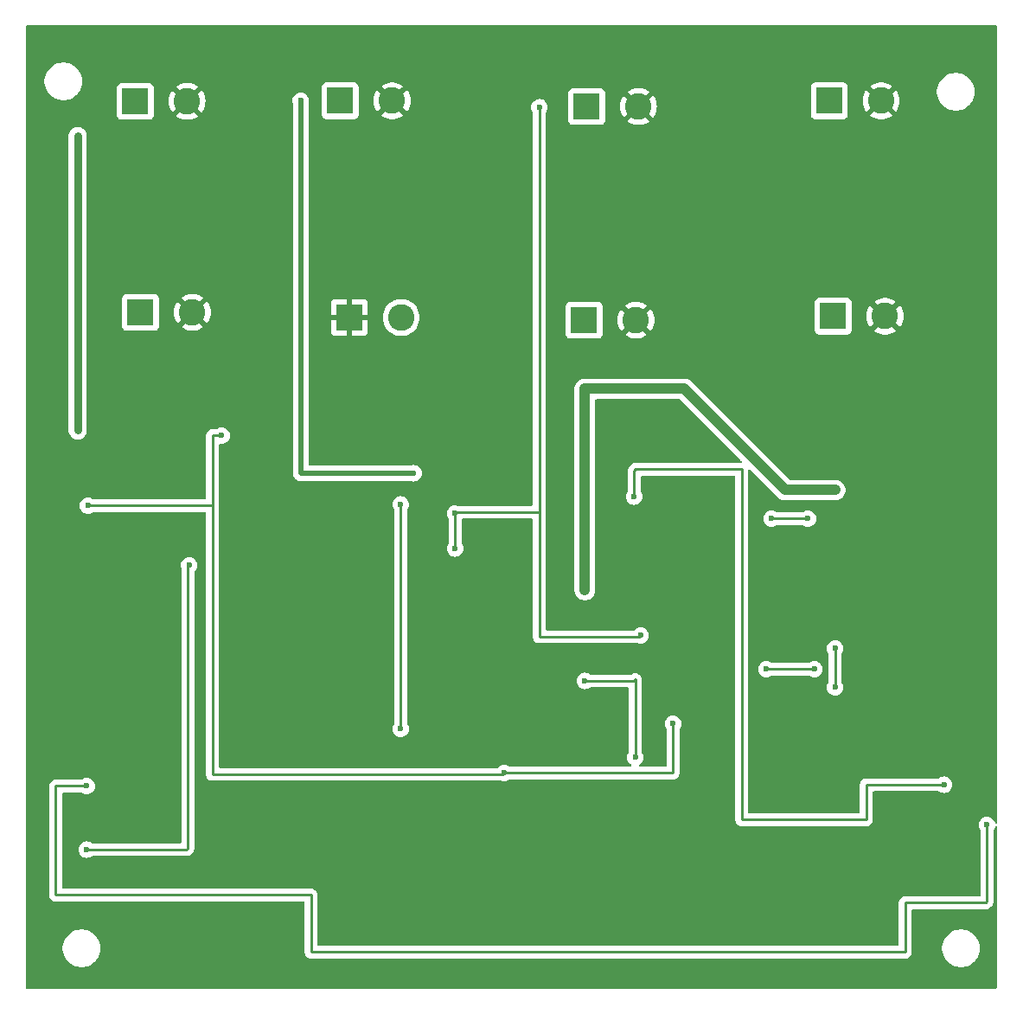
<source format=gbr>
G04 #@! TF.GenerationSoftware,KiCad,Pcbnew,8.0.4*
G04 #@! TF.CreationDate,2024-10-22T20:55:05-05:00*
G04 #@! TF.ProjectId,PCB_split,5043425f-7370-46c6-9974-2e6b69636164,rev?*
G04 #@! TF.SameCoordinates,Original*
G04 #@! TF.FileFunction,Copper,L2,Bot*
G04 #@! TF.FilePolarity,Positive*
%FSLAX46Y46*%
G04 Gerber Fmt 4.6, Leading zero omitted, Abs format (unit mm)*
G04 Created by KiCad (PCBNEW 8.0.4) date 2024-10-22 20:55:05*
%MOMM*%
%LPD*%
G01*
G04 APERTURE LIST*
G04 #@! TA.AperFunction,ComponentPad*
%ADD10R,2.600000X2.600000*%
G04 #@! TD*
G04 #@! TA.AperFunction,ComponentPad*
%ADD11C,2.600000*%
G04 #@! TD*
G04 #@! TA.AperFunction,ViaPad*
%ADD12C,0.600000*%
G04 #@! TD*
G04 #@! TA.AperFunction,Conductor*
%ADD13C,0.762000*%
G04 #@! TD*
G04 #@! TA.AperFunction,Conductor*
%ADD14C,0.254000*%
G04 #@! TD*
G04 #@! TA.AperFunction,Conductor*
%ADD15C,1.016000*%
G04 #@! TD*
G04 #@! TA.AperFunction,Conductor*
%ADD16C,0.508000*%
G04 #@! TD*
G04 APERTURE END LIST*
D10*
G04 #@! TO.P,J6,1,Pin_1*
G04 #@! TO.N,+12V*
X144202150Y-63373000D03*
D11*
G04 #@! TO.P,J6,2,Pin_2*
G04 #@! TO.N,GND*
X149282150Y-63373000D03*
G04 #@! TD*
G04 #@! TO.P,J7,2,Pin_2*
G04 #@! TO.N,GND*
X173285150Y-41910000D03*
D10*
G04 #@! TO.P,J7,1,Pin_1*
G04 #@! TO.N,+5V*
X168205150Y-41910000D03*
G04 #@! TD*
G04 #@! TO.P,J4,1,Pin_1*
G04 #@! TO.N,GND*
X121215150Y-63119000D03*
D11*
G04 #@! TO.P,J4,2,Pin_2*
G04 #@! TO.N,Net-(J4-Pin_2)*
X126295150Y-63119000D03*
G04 #@! TD*
D10*
G04 #@! TO.P,J2,1,Pin_1*
G04 #@! TO.N,+12V*
X100768150Y-62611000D03*
D11*
G04 #@! TO.P,J2,2,Pin_2*
G04 #@! TO.N,GND*
X105848150Y-62611000D03*
G04 #@! TD*
G04 #@! TO.P,J5,2,Pin_2*
G04 #@! TO.N,GND*
X149531150Y-42469000D03*
D10*
G04 #@! TO.P,J5,1,Pin_1*
G04 #@! TO.N,/VBAT_READ*
X144451150Y-42469000D03*
G04 #@! TD*
D11*
G04 #@! TO.P,J1,2,Pin_2*
G04 #@! TO.N,GND*
X105335150Y-41961000D03*
D10*
G04 #@! TO.P,J1,1,Pin_1*
G04 #@! TO.N,+5V*
X100255150Y-41961000D03*
G04 #@! TD*
G04 #@! TO.P,J8,1,Pin_1*
G04 #@! TO.N,+3V3*
X168586150Y-62992000D03*
D11*
G04 #@! TO.P,J8,2,Pin_2*
G04 #@! TO.N,GND*
X173666150Y-62992000D03*
G04 #@! TD*
G04 #@! TO.P,J3,2,Pin_2*
G04 #@! TO.N,GND*
X125406150Y-41910000D03*
D10*
G04 #@! TO.P,J3,1,Pin_1*
G04 #@! TO.N,+3V3*
X120326150Y-41910000D03*
G04 #@! TD*
D12*
G04 #@! TO.N,+5V*
X94615000Y-45339000D03*
X94615000Y-74168000D03*
G04 #@! TO.N,GND*
X120269000Y-93853000D03*
X100584000Y-84836000D03*
X159512000Y-53975000D03*
X134874000Y-48260000D03*
X115951000Y-113538000D03*
X155702000Y-99695000D03*
X157099000Y-87376000D03*
X140208000Y-95885000D03*
G04 #@! TO.N,Net-(JP1-A)*
X108712000Y-74676000D03*
X95631000Y-81534000D03*
X152908000Y-102870000D03*
X136398000Y-107696000D03*
G04 #@! TO.N,+12V*
X144272000Y-70104000D03*
X144272000Y-89789000D03*
X168783000Y-80010000D03*
G04 #@! TO.N,/SS*
X183642000Y-112776000D03*
X95504000Y-108966000D03*
G04 #@! TO.N,Net-(JP2-A)*
X149225000Y-106172000D03*
X105537000Y-87376000D03*
X144272000Y-98679000D03*
X95504000Y-115189000D03*
G04 #@! TO.N,Net-(D1-A)*
X166116000Y-82804000D03*
X162560000Y-82804000D03*
X168783000Y-99314000D03*
X168783000Y-95504000D03*
G04 #@! TO.N,+3V3*
X116459000Y-41910000D03*
X127508000Y-78359000D03*
G04 #@! TO.N,/VBAT_READ*
X139827000Y-42545000D03*
X131572000Y-85725000D03*
X149733000Y-94234000D03*
X131572000Y-82296000D03*
G04 #@! TO.N,Net-(F1-Pad2)*
X162052000Y-97536000D03*
X166751000Y-97536000D03*
G04 #@! TO.N,Net-(J4-Pin_2)*
X126238000Y-81407000D03*
X126238000Y-103378000D03*
G04 #@! TO.N,/FB*
X149098000Y-80645000D03*
X179451000Y-108839000D03*
G04 #@! TD*
D13*
G04 #@! TO.N,+5V*
X94615000Y-45339000D02*
X94615000Y-74168000D01*
D14*
G04 #@! TO.N,Net-(JP1-A)*
X107823000Y-107823000D02*
X136271000Y-107823000D01*
X95631000Y-81534000D02*
X107823000Y-81534000D01*
X136271000Y-107823000D02*
X136398000Y-107696000D01*
X152908000Y-107696000D02*
X152908000Y-102870000D01*
X107823000Y-74676000D02*
X108712000Y-74676000D01*
X107823000Y-81534000D02*
X107823000Y-74676000D01*
X107823000Y-81534000D02*
X107823000Y-107823000D01*
X136398000Y-107696000D02*
X152908000Y-107696000D01*
D15*
G04 #@! TO.N,+12V*
X168783000Y-80010000D02*
X163903000Y-80010000D01*
X144272000Y-70104000D02*
X144272000Y-89789000D01*
X163903000Y-80010000D02*
X153997000Y-70104000D01*
X153997000Y-70104000D02*
X144272000Y-70104000D01*
D14*
G04 #@! TO.N,Net-(JP2-A)*
X105410000Y-87503000D02*
X105537000Y-87376000D01*
X149225000Y-98552000D02*
X149225000Y-106172000D01*
X105283000Y-115189000D02*
X105410000Y-115062000D01*
X105410000Y-115062000D02*
X105410000Y-87503000D01*
X95504000Y-115189000D02*
X105283000Y-115189000D01*
X149098000Y-98679000D02*
X149225000Y-98552000D01*
X144272000Y-98679000D02*
X149098000Y-98679000D01*
G04 #@! TO.N,Net-(D1-A)*
X162560000Y-82804000D02*
X166116000Y-82804000D01*
X168783000Y-95504000D02*
X168783000Y-99314000D01*
D16*
G04 #@! TO.N,+3V3*
X127508000Y-78359000D02*
X116459000Y-78359000D01*
D14*
G04 #@! TO.N,/VBAT_READ*
X131699000Y-82169000D02*
X131572000Y-82296000D01*
X139827000Y-82169000D02*
X139827000Y-94361000D01*
X139827000Y-82169000D02*
X131699000Y-82169000D01*
X139827000Y-94361000D02*
X149606000Y-94361000D01*
X139827000Y-82169000D02*
X139827000Y-42545000D01*
X149606000Y-94361000D02*
X149733000Y-94234000D01*
X131572000Y-82296000D02*
X131572000Y-85725000D01*
G04 #@! TO.N,Net-(F1-Pad2)*
X162052000Y-97536000D02*
X166751000Y-97536000D01*
G04 #@! TO.N,Net-(J4-Pin_2)*
X126238000Y-81407000D02*
X126238000Y-103378000D01*
G04 #@! TO.N,/FB*
X159639000Y-112268000D02*
X171831000Y-112268000D01*
X149098000Y-78105000D02*
X149225000Y-77978000D01*
X171831000Y-108839000D02*
X179451000Y-108839000D01*
X171831000Y-112268000D02*
X171831000Y-108839000D01*
X149098000Y-80645000D02*
X149098000Y-78105000D01*
X159639000Y-77978000D02*
X159639000Y-112268000D01*
X149225000Y-77978000D02*
X159639000Y-77978000D01*
D16*
G04 #@! TO.N,+3V3*
X116459000Y-78359000D02*
X116459000Y-41910000D01*
D14*
G04 #@! TO.N,/SS*
X183642000Y-112776000D02*
X183642000Y-120269000D01*
X117475000Y-125222000D02*
X117475000Y-119634000D01*
X175641000Y-125222000D02*
X117475000Y-125222000D01*
X183515000Y-120396000D02*
X175641000Y-120396000D01*
X175641000Y-120396000D02*
X175641000Y-125222000D01*
X183642000Y-120269000D02*
X183515000Y-120396000D01*
X117475000Y-119634000D02*
X92456000Y-119634000D01*
X92456000Y-119634000D02*
X92456000Y-108966000D01*
X92456000Y-108966000D02*
X95504000Y-108966000D01*
G04 #@! TD*
G04 #@! TA.AperFunction,Conductor*
G04 #@! TO.N,GND*
G36*
X184608539Y-34556185D02*
G01*
X184654294Y-34608989D01*
X184665500Y-34660500D01*
X184665500Y-112547473D01*
X184645815Y-112614512D01*
X184593011Y-112660267D01*
X184523853Y-112670211D01*
X184460297Y-112641186D01*
X184424459Y-112588428D01*
X184367790Y-112426480D01*
X184367789Y-112426478D01*
X184271816Y-112273738D01*
X184144262Y-112146184D01*
X183991523Y-112050211D01*
X183821254Y-111990631D01*
X183821249Y-111990630D01*
X183642004Y-111970435D01*
X183641996Y-111970435D01*
X183462750Y-111990630D01*
X183462745Y-111990631D01*
X183292476Y-112050211D01*
X183139737Y-112146184D01*
X183012184Y-112273737D01*
X182916211Y-112426476D01*
X182856631Y-112596745D01*
X182856630Y-112596750D01*
X182836435Y-112775996D01*
X182836435Y-112776003D01*
X182856630Y-112955249D01*
X182856631Y-112955254D01*
X182916211Y-113125524D01*
X182995493Y-113251698D01*
X183014500Y-113317671D01*
X183014500Y-119644500D01*
X182994815Y-119711539D01*
X182942011Y-119757294D01*
X182890500Y-119768500D01*
X175579195Y-119768500D01*
X175457970Y-119792613D01*
X175457960Y-119792616D01*
X175343773Y-119839913D01*
X175343760Y-119839920D01*
X175240992Y-119908588D01*
X175240988Y-119908591D01*
X175153591Y-119995988D01*
X175153588Y-119995992D01*
X175084920Y-120098760D01*
X175084913Y-120098773D01*
X175037616Y-120212960D01*
X175037613Y-120212970D01*
X175013500Y-120334194D01*
X175013500Y-124470500D01*
X174993815Y-124537539D01*
X174941011Y-124583294D01*
X174889500Y-124594500D01*
X118226500Y-124594500D01*
X118159461Y-124574815D01*
X118113706Y-124522011D01*
X118102500Y-124470500D01*
X118102500Y-119572194D01*
X118078386Y-119450970D01*
X118078385Y-119450969D01*
X118078385Y-119450965D01*
X118078383Y-119450960D01*
X118031086Y-119336773D01*
X118031079Y-119336760D01*
X117962411Y-119233992D01*
X117962408Y-119233988D01*
X117875011Y-119146591D01*
X117875007Y-119146588D01*
X117772239Y-119077920D01*
X117772226Y-119077913D01*
X117658039Y-119030616D01*
X117658029Y-119030613D01*
X117536805Y-119006500D01*
X117536803Y-119006500D01*
X93207500Y-119006500D01*
X93140461Y-118986815D01*
X93094706Y-118934011D01*
X93083500Y-118882500D01*
X93083500Y-115188996D01*
X94698435Y-115188996D01*
X94698435Y-115189003D01*
X94718630Y-115368249D01*
X94718631Y-115368254D01*
X94778211Y-115538523D01*
X94809933Y-115589008D01*
X94874184Y-115691262D01*
X95001738Y-115818816D01*
X95154478Y-115914789D01*
X95324745Y-115974368D01*
X95324750Y-115974369D01*
X95503996Y-115994565D01*
X95504000Y-115994565D01*
X95504004Y-115994565D01*
X95683249Y-115974369D01*
X95683252Y-115974368D01*
X95683255Y-115974368D01*
X95853522Y-115914789D01*
X95979700Y-115835505D01*
X96045672Y-115816500D01*
X105344804Y-115816500D01*
X105344805Y-115816499D01*
X105466035Y-115792386D01*
X105546784Y-115758937D01*
X105580233Y-115745083D01*
X105683008Y-115676411D01*
X105770411Y-115589008D01*
X105897411Y-115462008D01*
X105966083Y-115359233D01*
X106013385Y-115245035D01*
X106037500Y-115123803D01*
X106037500Y-88058940D01*
X106057185Y-87991901D01*
X106073819Y-87971259D01*
X106166816Y-87878262D01*
X106262789Y-87725522D01*
X106322368Y-87555255D01*
X106342565Y-87376000D01*
X106322368Y-87196745D01*
X106262789Y-87026478D01*
X106166816Y-86873738D01*
X106039262Y-86746184D01*
X105886523Y-86650211D01*
X105716254Y-86590631D01*
X105716249Y-86590630D01*
X105537004Y-86570435D01*
X105536996Y-86570435D01*
X105357750Y-86590630D01*
X105357745Y-86590631D01*
X105187476Y-86650211D01*
X105034737Y-86746184D01*
X104907184Y-86873737D01*
X104811211Y-87026476D01*
X104751631Y-87196745D01*
X104751630Y-87196750D01*
X104731435Y-87375996D01*
X104731435Y-87376003D01*
X104751630Y-87555246D01*
X104751632Y-87555256D01*
X104775541Y-87623582D01*
X104782500Y-87664537D01*
X104782500Y-114437500D01*
X104762815Y-114504539D01*
X104710011Y-114550294D01*
X104658500Y-114561500D01*
X96045672Y-114561500D01*
X95979700Y-114542494D01*
X95853523Y-114463211D01*
X95683254Y-114403631D01*
X95683249Y-114403630D01*
X95504004Y-114383435D01*
X95503996Y-114383435D01*
X95324750Y-114403630D01*
X95324745Y-114403631D01*
X95154476Y-114463211D01*
X95001737Y-114559184D01*
X94874184Y-114686737D01*
X94778211Y-114839476D01*
X94718631Y-115009745D01*
X94718630Y-115009750D01*
X94698435Y-115188996D01*
X93083500Y-115188996D01*
X93083500Y-109717500D01*
X93103185Y-109650461D01*
X93155989Y-109604706D01*
X93207500Y-109593500D01*
X94962328Y-109593500D01*
X95028300Y-109612506D01*
X95079321Y-109644565D01*
X95154478Y-109691789D01*
X95227956Y-109717500D01*
X95324745Y-109751368D01*
X95324750Y-109751369D01*
X95503996Y-109771565D01*
X95504000Y-109771565D01*
X95504004Y-109771565D01*
X95683249Y-109751369D01*
X95683252Y-109751368D01*
X95683255Y-109751368D01*
X95853522Y-109691789D01*
X96006262Y-109595816D01*
X96133816Y-109468262D01*
X96229789Y-109315522D01*
X96289368Y-109145255D01*
X96289369Y-109145249D01*
X96309565Y-108966003D01*
X96309565Y-108965996D01*
X96289369Y-108786750D01*
X96289368Y-108786745D01*
X96248083Y-108668760D01*
X96229789Y-108616478D01*
X96133816Y-108463738D01*
X96006262Y-108336184D01*
X95853523Y-108240211D01*
X95683254Y-108180631D01*
X95683249Y-108180630D01*
X95504004Y-108160435D01*
X95503996Y-108160435D01*
X95324750Y-108180630D01*
X95324745Y-108180631D01*
X95154476Y-108240211D01*
X95028300Y-108319494D01*
X94962328Y-108338500D01*
X92394195Y-108338500D01*
X92272970Y-108362613D01*
X92272960Y-108362616D01*
X92158773Y-108409913D01*
X92158760Y-108409920D01*
X92055992Y-108478588D01*
X92055988Y-108478591D01*
X91968591Y-108565988D01*
X91968588Y-108565992D01*
X91899920Y-108668760D01*
X91899913Y-108668773D01*
X91852616Y-108782960D01*
X91852613Y-108782970D01*
X91828500Y-108904194D01*
X91828500Y-108904197D01*
X91828500Y-119695803D01*
X91828500Y-119695805D01*
X91828499Y-119695805D01*
X91852613Y-119817029D01*
X91852616Y-119817039D01*
X91899913Y-119931226D01*
X91899920Y-119931239D01*
X91968588Y-120034007D01*
X91968591Y-120034011D01*
X92055988Y-120121408D01*
X92055992Y-120121411D01*
X92158760Y-120190079D01*
X92158773Y-120190086D01*
X92272960Y-120237383D01*
X92272965Y-120237385D01*
X92272969Y-120237385D01*
X92272970Y-120237386D01*
X92394194Y-120261500D01*
X92394197Y-120261500D01*
X92517803Y-120261500D01*
X116723500Y-120261500D01*
X116790539Y-120281185D01*
X116836294Y-120333989D01*
X116847500Y-120385500D01*
X116847500Y-125160197D01*
X116847500Y-125283803D01*
X116847500Y-125283805D01*
X116847499Y-125283805D01*
X116871613Y-125405029D01*
X116871616Y-125405039D01*
X116918913Y-125519226D01*
X116918920Y-125519239D01*
X116987588Y-125622007D01*
X116987591Y-125622011D01*
X117074988Y-125709408D01*
X117074992Y-125709411D01*
X117177760Y-125778079D01*
X117177773Y-125778086D01*
X117291960Y-125825383D01*
X117291965Y-125825385D01*
X117291969Y-125825385D01*
X117291970Y-125825386D01*
X117413194Y-125849500D01*
X117413197Y-125849500D01*
X175702805Y-125849500D01*
X175784361Y-125833276D01*
X175824035Y-125825385D01*
X175938233Y-125778083D01*
X176041008Y-125709411D01*
X176128411Y-125622008D01*
X176197083Y-125519233D01*
X176244385Y-125405035D01*
X176268500Y-125283803D01*
X176268500Y-124719711D01*
X179251500Y-124719711D01*
X179251500Y-124962288D01*
X179283161Y-125202785D01*
X179345947Y-125437104D01*
X179379969Y-125519239D01*
X179438776Y-125661212D01*
X179560064Y-125871289D01*
X179560066Y-125871292D01*
X179560067Y-125871293D01*
X179707733Y-126063736D01*
X179707739Y-126063743D01*
X179879256Y-126235260D01*
X179879262Y-126235265D01*
X180071711Y-126382936D01*
X180281788Y-126504224D01*
X180505900Y-126597054D01*
X180740211Y-126659838D01*
X180920586Y-126683584D01*
X180980711Y-126691500D01*
X180980712Y-126691500D01*
X181223289Y-126691500D01*
X181271388Y-126685167D01*
X181463789Y-126659838D01*
X181698100Y-126597054D01*
X181922212Y-126504224D01*
X182132289Y-126382936D01*
X182324738Y-126235265D01*
X182496265Y-126063738D01*
X182643936Y-125871289D01*
X182765224Y-125661212D01*
X182858054Y-125437100D01*
X182920838Y-125202789D01*
X182952500Y-124962288D01*
X182952500Y-124719712D01*
X182920838Y-124479211D01*
X182858054Y-124244900D01*
X182765224Y-124020788D01*
X182643936Y-123810711D01*
X182496265Y-123618262D01*
X182496260Y-123618256D01*
X182324743Y-123446739D01*
X182324736Y-123446733D01*
X182132293Y-123299067D01*
X182132292Y-123299066D01*
X182132289Y-123299064D01*
X181922212Y-123177776D01*
X181922205Y-123177773D01*
X181698104Y-123084947D01*
X181463785Y-123022161D01*
X181223289Y-122990500D01*
X181223288Y-122990500D01*
X180980712Y-122990500D01*
X180980711Y-122990500D01*
X180740214Y-123022161D01*
X180505895Y-123084947D01*
X180281794Y-123177773D01*
X180281785Y-123177777D01*
X180071706Y-123299067D01*
X179879263Y-123446733D01*
X179879256Y-123446739D01*
X179707739Y-123618256D01*
X179707733Y-123618263D01*
X179560067Y-123810706D01*
X179438777Y-124020785D01*
X179438773Y-124020794D01*
X179345947Y-124244895D01*
X179283161Y-124479214D01*
X179251500Y-124719711D01*
X176268500Y-124719711D01*
X176268500Y-121147500D01*
X176288185Y-121080461D01*
X176340989Y-121034706D01*
X176392500Y-121023500D01*
X183576804Y-121023500D01*
X183576805Y-121023499D01*
X183698035Y-120999386D01*
X183778784Y-120965937D01*
X183812233Y-120952083D01*
X183915008Y-120883411D01*
X184002411Y-120796008D01*
X184129411Y-120669008D01*
X184198083Y-120566233D01*
X184245385Y-120452035D01*
X184268825Y-120334197D01*
X184269500Y-120330805D01*
X184269500Y-113317671D01*
X184288507Y-113251698D01*
X184367788Y-113125524D01*
X184424458Y-112963571D01*
X184465180Y-112906795D01*
X184530133Y-112881048D01*
X184598694Y-112894504D01*
X184649097Y-112942891D01*
X184665500Y-113004526D01*
X184665500Y-128661500D01*
X184645815Y-128728539D01*
X184593011Y-128774294D01*
X184541500Y-128785500D01*
X89651500Y-128785500D01*
X89584461Y-128765815D01*
X89538706Y-128713011D01*
X89527500Y-128661500D01*
X89527500Y-124719711D01*
X93145500Y-124719711D01*
X93145500Y-124962288D01*
X93177161Y-125202785D01*
X93239947Y-125437104D01*
X93273969Y-125519239D01*
X93332776Y-125661212D01*
X93454064Y-125871289D01*
X93454066Y-125871292D01*
X93454067Y-125871293D01*
X93601733Y-126063736D01*
X93601739Y-126063743D01*
X93773256Y-126235260D01*
X93773262Y-126235265D01*
X93965711Y-126382936D01*
X94175788Y-126504224D01*
X94399900Y-126597054D01*
X94634211Y-126659838D01*
X94814586Y-126683584D01*
X94874711Y-126691500D01*
X94874712Y-126691500D01*
X95117289Y-126691500D01*
X95165388Y-126685167D01*
X95357789Y-126659838D01*
X95592100Y-126597054D01*
X95816212Y-126504224D01*
X96026289Y-126382936D01*
X96218738Y-126235265D01*
X96390265Y-126063738D01*
X96537936Y-125871289D01*
X96659224Y-125661212D01*
X96752054Y-125437100D01*
X96814838Y-125202789D01*
X96846500Y-124962288D01*
X96846500Y-124719712D01*
X96814838Y-124479211D01*
X96752054Y-124244900D01*
X96659224Y-124020788D01*
X96537936Y-123810711D01*
X96390265Y-123618262D01*
X96390260Y-123618256D01*
X96218743Y-123446739D01*
X96218736Y-123446733D01*
X96026293Y-123299067D01*
X96026292Y-123299066D01*
X96026289Y-123299064D01*
X95816212Y-123177776D01*
X95816205Y-123177773D01*
X95592104Y-123084947D01*
X95357785Y-123022161D01*
X95117289Y-122990500D01*
X95117288Y-122990500D01*
X94874712Y-122990500D01*
X94874711Y-122990500D01*
X94634214Y-123022161D01*
X94399895Y-123084947D01*
X94175794Y-123177773D01*
X94175785Y-123177777D01*
X93965706Y-123299067D01*
X93773263Y-123446733D01*
X93773256Y-123446739D01*
X93601739Y-123618256D01*
X93601733Y-123618263D01*
X93454067Y-123810706D01*
X93332777Y-124020785D01*
X93332773Y-124020794D01*
X93239947Y-124244895D01*
X93177161Y-124479214D01*
X93145500Y-124719711D01*
X89527500Y-124719711D01*
X89527500Y-81533996D01*
X94825435Y-81533996D01*
X94825435Y-81534003D01*
X94845630Y-81713249D01*
X94845631Y-81713254D01*
X94905211Y-81883523D01*
X94944769Y-81946478D01*
X95001184Y-82036262D01*
X95128738Y-82163816D01*
X95155300Y-82180506D01*
X95240417Y-82233989D01*
X95281478Y-82259789D01*
X95451745Y-82319368D01*
X95451750Y-82319369D01*
X95630996Y-82339565D01*
X95631000Y-82339565D01*
X95631004Y-82339565D01*
X95810249Y-82319369D01*
X95810252Y-82319368D01*
X95810255Y-82319368D01*
X95980522Y-82259789D01*
X96106700Y-82180505D01*
X96172672Y-82161500D01*
X107071500Y-82161500D01*
X107138539Y-82181185D01*
X107184294Y-82233989D01*
X107195500Y-82285500D01*
X107195500Y-107884803D01*
X107195500Y-107884805D01*
X107195499Y-107884805D01*
X107219613Y-108006029D01*
X107219616Y-108006039D01*
X107266913Y-108120226D01*
X107266920Y-108120239D01*
X107335588Y-108223007D01*
X107335591Y-108223011D01*
X107422988Y-108310408D01*
X107422992Y-108310411D01*
X107525760Y-108379079D01*
X107525773Y-108379086D01*
X107628867Y-108421788D01*
X107639965Y-108426385D01*
X107639969Y-108426385D01*
X107639970Y-108426386D01*
X107761194Y-108450500D01*
X107761197Y-108450500D01*
X107884803Y-108450500D01*
X136109460Y-108450500D01*
X136150415Y-108457459D01*
X136218737Y-108481366D01*
X136218743Y-108481367D01*
X136218745Y-108481368D01*
X136218746Y-108481368D01*
X136218750Y-108481369D01*
X136397996Y-108501565D01*
X136398000Y-108501565D01*
X136398004Y-108501565D01*
X136577249Y-108481369D01*
X136577252Y-108481368D01*
X136577255Y-108481368D01*
X136747522Y-108421789D01*
X136873700Y-108342505D01*
X136939672Y-108323500D01*
X152969805Y-108323500D01*
X153051361Y-108307276D01*
X153091035Y-108299385D01*
X153205233Y-108252083D01*
X153308008Y-108183411D01*
X153395411Y-108096008D01*
X153464083Y-107993233D01*
X153511385Y-107879035D01*
X153535500Y-107757803D01*
X153535500Y-103411671D01*
X153554507Y-103345698D01*
X153633788Y-103219524D01*
X153693368Y-103049254D01*
X153693369Y-103049249D01*
X153713565Y-102870003D01*
X153713565Y-102869996D01*
X153693369Y-102690750D01*
X153693368Y-102690745D01*
X153633788Y-102520476D01*
X153537815Y-102367737D01*
X153410262Y-102240184D01*
X153257523Y-102144211D01*
X153087254Y-102084631D01*
X153087249Y-102084630D01*
X152908004Y-102064435D01*
X152907996Y-102064435D01*
X152728750Y-102084630D01*
X152728745Y-102084631D01*
X152558476Y-102144211D01*
X152405737Y-102240184D01*
X152278184Y-102367737D01*
X152182211Y-102520476D01*
X152122631Y-102690745D01*
X152122630Y-102690750D01*
X152102435Y-102869996D01*
X152102435Y-102870003D01*
X152122630Y-103049249D01*
X152122631Y-103049254D01*
X152182211Y-103219524D01*
X152261493Y-103345698D01*
X152280500Y-103411671D01*
X152280500Y-106944500D01*
X152260815Y-107011539D01*
X152208011Y-107057294D01*
X152156500Y-107068500D01*
X149733251Y-107068500D01*
X149666212Y-107048815D01*
X149620457Y-106996011D01*
X149610513Y-106926853D01*
X149639538Y-106863297D01*
X149667278Y-106839507D01*
X149727260Y-106801817D01*
X149727259Y-106801817D01*
X149727262Y-106801816D01*
X149854816Y-106674262D01*
X149950789Y-106521522D01*
X150010368Y-106351255D01*
X150030565Y-106172000D01*
X150010368Y-105992745D01*
X149950789Y-105822478D01*
X149871505Y-105696299D01*
X149852500Y-105630328D01*
X149852500Y-98490194D01*
X149828386Y-98368970D01*
X149828385Y-98368969D01*
X149828385Y-98368965D01*
X149783992Y-98261789D01*
X149781086Y-98254773D01*
X149781079Y-98254760D01*
X149712411Y-98151992D01*
X149712408Y-98151988D01*
X149625011Y-98064591D01*
X149625007Y-98064588D01*
X149522239Y-97995920D01*
X149522226Y-97995913D01*
X149408039Y-97948616D01*
X149408029Y-97948613D01*
X149286805Y-97924500D01*
X149286803Y-97924500D01*
X149163197Y-97924500D01*
X149163195Y-97924500D01*
X149041970Y-97948613D01*
X149041960Y-97948616D01*
X148927774Y-97995913D01*
X148927763Y-97995919D01*
X148875855Y-98030603D01*
X148809177Y-98051480D01*
X148806965Y-98051500D01*
X144813672Y-98051500D01*
X144747700Y-98032494D01*
X144621523Y-97953211D01*
X144451254Y-97893631D01*
X144451249Y-97893630D01*
X144272004Y-97873435D01*
X144271996Y-97873435D01*
X144092750Y-97893630D01*
X144092745Y-97893631D01*
X143922476Y-97953211D01*
X143769737Y-98049184D01*
X143642184Y-98176737D01*
X143546211Y-98329476D01*
X143486631Y-98499745D01*
X143486630Y-98499750D01*
X143466435Y-98678996D01*
X143466435Y-98679003D01*
X143486630Y-98858249D01*
X143486631Y-98858254D01*
X143546211Y-99028523D01*
X143642184Y-99181262D01*
X143769738Y-99308816D01*
X143796300Y-99325506D01*
X143881417Y-99378989D01*
X143922478Y-99404789D01*
X143995956Y-99430500D01*
X144092745Y-99464368D01*
X144092750Y-99464369D01*
X144271996Y-99484565D01*
X144272000Y-99484565D01*
X144272004Y-99484565D01*
X144451249Y-99464369D01*
X144451252Y-99464368D01*
X144451255Y-99464368D01*
X144621522Y-99404789D01*
X144747700Y-99325505D01*
X144813672Y-99306500D01*
X148473500Y-99306500D01*
X148540539Y-99326185D01*
X148586294Y-99378989D01*
X148597500Y-99430500D01*
X148597500Y-105630328D01*
X148578494Y-105696300D01*
X148499211Y-105822476D01*
X148439631Y-105992745D01*
X148439630Y-105992750D01*
X148419435Y-106171996D01*
X148419435Y-106172003D01*
X148439630Y-106351249D01*
X148439631Y-106351254D01*
X148499211Y-106521523D01*
X148595184Y-106674262D01*
X148722739Y-106801817D01*
X148782722Y-106839507D01*
X148829012Y-106891841D01*
X148839660Y-106960895D01*
X148811285Y-107024743D01*
X148752895Y-107063115D01*
X148716749Y-107068500D01*
X136939672Y-107068500D01*
X136873700Y-107049494D01*
X136747523Y-106970211D01*
X136577254Y-106910631D01*
X136577249Y-106910630D01*
X136398004Y-106890435D01*
X136397996Y-106890435D01*
X136218750Y-106910630D01*
X136218745Y-106910631D01*
X136048476Y-106970211D01*
X135895739Y-107066183D01*
X135802740Y-107159182D01*
X135741416Y-107192666D01*
X135715059Y-107195500D01*
X108574500Y-107195500D01*
X108507461Y-107175815D01*
X108461706Y-107123011D01*
X108450500Y-107071500D01*
X108450500Y-81406996D01*
X125432435Y-81406996D01*
X125432435Y-81407003D01*
X125452630Y-81586249D01*
X125452631Y-81586254D01*
X125512211Y-81756524D01*
X125591493Y-81882698D01*
X125610500Y-81948671D01*
X125610500Y-102836328D01*
X125591494Y-102902300D01*
X125512211Y-103028476D01*
X125452631Y-103198745D01*
X125452630Y-103198750D01*
X125432435Y-103377996D01*
X125432435Y-103378003D01*
X125452630Y-103557249D01*
X125452631Y-103557254D01*
X125512211Y-103727523D01*
X125608184Y-103880262D01*
X125735738Y-104007816D01*
X125888478Y-104103789D01*
X126058745Y-104163368D01*
X126058750Y-104163369D01*
X126237996Y-104183565D01*
X126238000Y-104183565D01*
X126238004Y-104183565D01*
X126417249Y-104163369D01*
X126417252Y-104163368D01*
X126417255Y-104163368D01*
X126587522Y-104103789D01*
X126740262Y-104007816D01*
X126867816Y-103880262D01*
X126963789Y-103727522D01*
X127023368Y-103557255D01*
X127023369Y-103557249D01*
X127043565Y-103378003D01*
X127043565Y-103377996D01*
X127023369Y-103198750D01*
X127023368Y-103198745D01*
X126963788Y-103028476D01*
X126884506Y-102902300D01*
X126865500Y-102836328D01*
X126865500Y-82295996D01*
X130766435Y-82295996D01*
X130766435Y-82296003D01*
X130786630Y-82475249D01*
X130786631Y-82475254D01*
X130846211Y-82645524D01*
X130925493Y-82771698D01*
X130944500Y-82837671D01*
X130944500Y-85183328D01*
X130925494Y-85249300D01*
X130846211Y-85375476D01*
X130786631Y-85545745D01*
X130786630Y-85545750D01*
X130766435Y-85724996D01*
X130766435Y-85725003D01*
X130786630Y-85904249D01*
X130786631Y-85904254D01*
X130846211Y-86074523D01*
X130942184Y-86227262D01*
X131069738Y-86354816D01*
X131222478Y-86450789D01*
X131392745Y-86510368D01*
X131392750Y-86510369D01*
X131571996Y-86530565D01*
X131572000Y-86530565D01*
X131572004Y-86530565D01*
X131751249Y-86510369D01*
X131751252Y-86510368D01*
X131751255Y-86510368D01*
X131921522Y-86450789D01*
X132074262Y-86354816D01*
X132201816Y-86227262D01*
X132297789Y-86074522D01*
X132357368Y-85904255D01*
X132377565Y-85725000D01*
X132357368Y-85545745D01*
X132297789Y-85375478D01*
X132218505Y-85249299D01*
X132199500Y-85183328D01*
X132199500Y-82920500D01*
X132219185Y-82853461D01*
X132271989Y-82807706D01*
X132323500Y-82796500D01*
X139075500Y-82796500D01*
X139142539Y-82816185D01*
X139188294Y-82868989D01*
X139199500Y-82920500D01*
X139199500Y-94299197D01*
X139199500Y-94422803D01*
X139199500Y-94422805D01*
X139199499Y-94422805D01*
X139223613Y-94544029D01*
X139223616Y-94544039D01*
X139270913Y-94658226D01*
X139270920Y-94658239D01*
X139339588Y-94761007D01*
X139339591Y-94761011D01*
X139426988Y-94848408D01*
X139426992Y-94848411D01*
X139529760Y-94917079D01*
X139529773Y-94917086D01*
X139632867Y-94959788D01*
X139643965Y-94964385D01*
X139643969Y-94964385D01*
X139643970Y-94964386D01*
X139765194Y-94988500D01*
X139765197Y-94988500D01*
X149444460Y-94988500D01*
X149485415Y-94995459D01*
X149553737Y-95019366D01*
X149553743Y-95019367D01*
X149553745Y-95019368D01*
X149553746Y-95019368D01*
X149553750Y-95019369D01*
X149732996Y-95039565D01*
X149733000Y-95039565D01*
X149733004Y-95039565D01*
X149912249Y-95019369D01*
X149912252Y-95019368D01*
X149912255Y-95019368D01*
X150082522Y-94959789D01*
X150235262Y-94863816D01*
X150362816Y-94736262D01*
X150458789Y-94583522D01*
X150518368Y-94413255D01*
X150538565Y-94234000D01*
X150518368Y-94054745D01*
X150458789Y-93884478D01*
X150362816Y-93731738D01*
X150235262Y-93604184D01*
X150235260Y-93604183D01*
X150082523Y-93508211D01*
X149912254Y-93448631D01*
X149912249Y-93448630D01*
X149733004Y-93428435D01*
X149732996Y-93428435D01*
X149553750Y-93448630D01*
X149553745Y-93448631D01*
X149383476Y-93508211D01*
X149230739Y-93604183D01*
X149137740Y-93697182D01*
X149076416Y-93730666D01*
X149050059Y-93733500D01*
X140578500Y-93733500D01*
X140511461Y-93713815D01*
X140465706Y-93661011D01*
X140454500Y-93609500D01*
X140454500Y-70004666D01*
X143263500Y-70004666D01*
X143263500Y-89888333D01*
X143302254Y-90083161D01*
X143302256Y-90083169D01*
X143378277Y-90266701D01*
X143378282Y-90266710D01*
X143488646Y-90431880D01*
X143488649Y-90431884D01*
X143629115Y-90572350D01*
X143629119Y-90572353D01*
X143794289Y-90682717D01*
X143794295Y-90682720D01*
X143794296Y-90682721D01*
X143977831Y-90758744D01*
X144172666Y-90797499D01*
X144172670Y-90797500D01*
X144172671Y-90797500D01*
X144371330Y-90797500D01*
X144371331Y-90797499D01*
X144566169Y-90758744D01*
X144749704Y-90682721D01*
X144914881Y-90572353D01*
X145055353Y-90431881D01*
X145165721Y-90266704D01*
X145241744Y-90083169D01*
X145280500Y-89888329D01*
X145280500Y-71236500D01*
X145300185Y-71169461D01*
X145352989Y-71123706D01*
X145404500Y-71112500D01*
X153527904Y-71112500D01*
X153594943Y-71132185D01*
X153615585Y-71148819D01*
X159605584Y-77138819D01*
X159639069Y-77200142D01*
X159634085Y-77269834D01*
X159592213Y-77325767D01*
X159526749Y-77350184D01*
X159517903Y-77350500D01*
X149163195Y-77350500D01*
X149041970Y-77374613D01*
X149041960Y-77374616D01*
X148927769Y-77421915D01*
X148844581Y-77477500D01*
X148844580Y-77477501D01*
X148824991Y-77490589D01*
X148783570Y-77532011D01*
X148697992Y-77617589D01*
X148654289Y-77661292D01*
X148610586Y-77704994D01*
X148610585Y-77704996D01*
X148541233Y-77808789D01*
X148539586Y-77813393D01*
X148497003Y-77916197D01*
X148494614Y-77921965D01*
X148478772Y-78001610D01*
X148478772Y-78001611D01*
X148470500Y-78043195D01*
X148470500Y-80103328D01*
X148451494Y-80169300D01*
X148372211Y-80295476D01*
X148312631Y-80465745D01*
X148312630Y-80465750D01*
X148292435Y-80644996D01*
X148292435Y-80645003D01*
X148312630Y-80824249D01*
X148312631Y-80824254D01*
X148372211Y-80994523D01*
X148411769Y-81057478D01*
X148468184Y-81147262D01*
X148595738Y-81274816D01*
X148748478Y-81370789D01*
X148918745Y-81430368D01*
X148918750Y-81430369D01*
X149097996Y-81450565D01*
X149098000Y-81450565D01*
X149098004Y-81450565D01*
X149277249Y-81430369D01*
X149277252Y-81430368D01*
X149277255Y-81430368D01*
X149447522Y-81370789D01*
X149600262Y-81274816D01*
X149727816Y-81147262D01*
X149823789Y-80994522D01*
X149883368Y-80824255D01*
X149885176Y-80808211D01*
X149903565Y-80645003D01*
X149903565Y-80644996D01*
X149883369Y-80465750D01*
X149883368Y-80465745D01*
X149823788Y-80295476D01*
X149744506Y-80169300D01*
X149725500Y-80103328D01*
X149725500Y-78729500D01*
X149745185Y-78662461D01*
X149797989Y-78616706D01*
X149849500Y-78605500D01*
X158887500Y-78605500D01*
X158954539Y-78625185D01*
X159000294Y-78677989D01*
X159011500Y-78729500D01*
X159011500Y-112329803D01*
X159011500Y-112329805D01*
X159011499Y-112329805D01*
X159035613Y-112451029D01*
X159035616Y-112451039D01*
X159082913Y-112565226D01*
X159082920Y-112565239D01*
X159151588Y-112668007D01*
X159151591Y-112668011D01*
X159238988Y-112755408D01*
X159238992Y-112755411D01*
X159341760Y-112824079D01*
X159341773Y-112824086D01*
X159455960Y-112871383D01*
X159455965Y-112871385D01*
X159455969Y-112871385D01*
X159455970Y-112871386D01*
X159577194Y-112895500D01*
X159577197Y-112895500D01*
X171892805Y-112895500D01*
X171974361Y-112879276D01*
X172014035Y-112871385D01*
X172128233Y-112824083D01*
X172231008Y-112755411D01*
X172318411Y-112668008D01*
X172387083Y-112565233D01*
X172434385Y-112451035D01*
X172458500Y-112329803D01*
X172458500Y-109590500D01*
X172478185Y-109523461D01*
X172530989Y-109477706D01*
X172582500Y-109466500D01*
X178909328Y-109466500D01*
X178975299Y-109485505D01*
X179101478Y-109564789D01*
X179271745Y-109624368D01*
X179271750Y-109624369D01*
X179450996Y-109644565D01*
X179451000Y-109644565D01*
X179451004Y-109644565D01*
X179630249Y-109624369D01*
X179630252Y-109624368D01*
X179630255Y-109624368D01*
X179800522Y-109564789D01*
X179953262Y-109468816D01*
X180080816Y-109341262D01*
X180176789Y-109188522D01*
X180236368Y-109018255D01*
X180236369Y-109018249D01*
X180256565Y-108839003D01*
X180256565Y-108838996D01*
X180236369Y-108659750D01*
X180236368Y-108659745D01*
X180221228Y-108616478D01*
X180176789Y-108489478D01*
X180169946Y-108478588D01*
X180134257Y-108421789D01*
X180080816Y-108336738D01*
X179953262Y-108209184D01*
X179907822Y-108180632D01*
X179800523Y-108113211D01*
X179630254Y-108053631D01*
X179630249Y-108053630D01*
X179451004Y-108033435D01*
X179450996Y-108033435D01*
X179271750Y-108053630D01*
X179271745Y-108053631D01*
X179101476Y-108113211D01*
X178975300Y-108192494D01*
X178909328Y-108211500D01*
X171769195Y-108211500D01*
X171647970Y-108235613D01*
X171647960Y-108235616D01*
X171533773Y-108282913D01*
X171533760Y-108282920D01*
X171430992Y-108351588D01*
X171430988Y-108351591D01*
X171343591Y-108438988D01*
X171343588Y-108438992D01*
X171274920Y-108541760D01*
X171274913Y-108541773D01*
X171227616Y-108655960D01*
X171227613Y-108655970D01*
X171203500Y-108777194D01*
X171203500Y-111516500D01*
X171183815Y-111583539D01*
X171131011Y-111629294D01*
X171079500Y-111640500D01*
X160390500Y-111640500D01*
X160323461Y-111620815D01*
X160277706Y-111568011D01*
X160266500Y-111516500D01*
X160266500Y-97535996D01*
X161246435Y-97535996D01*
X161246435Y-97536003D01*
X161266630Y-97715249D01*
X161266631Y-97715254D01*
X161326211Y-97885523D01*
X161418560Y-98032494D01*
X161422184Y-98038262D01*
X161549738Y-98165816D01*
X161576300Y-98182506D01*
X161691302Y-98254767D01*
X161702478Y-98261789D01*
X161872745Y-98321368D01*
X161872750Y-98321369D01*
X162051996Y-98341565D01*
X162052000Y-98341565D01*
X162052004Y-98341565D01*
X162231249Y-98321369D01*
X162231252Y-98321368D01*
X162231255Y-98321368D01*
X162401522Y-98261789D01*
X162527700Y-98182505D01*
X162593672Y-98163500D01*
X166209328Y-98163500D01*
X166275300Y-98182506D01*
X166390302Y-98254767D01*
X166401478Y-98261789D01*
X166571745Y-98321368D01*
X166571750Y-98321369D01*
X166750996Y-98341565D01*
X166751000Y-98341565D01*
X166751004Y-98341565D01*
X166930249Y-98321369D01*
X166930252Y-98321368D01*
X166930255Y-98321368D01*
X167100522Y-98261789D01*
X167253262Y-98165816D01*
X167380816Y-98038262D01*
X167476789Y-97885522D01*
X167536368Y-97715255D01*
X167556565Y-97536000D01*
X167536368Y-97356745D01*
X167476789Y-97186478D01*
X167380816Y-97033738D01*
X167253262Y-96906184D01*
X167226700Y-96889494D01*
X167100523Y-96810211D01*
X166930254Y-96750631D01*
X166930249Y-96750630D01*
X166751004Y-96730435D01*
X166750996Y-96730435D01*
X166571750Y-96750630D01*
X166571745Y-96750631D01*
X166401476Y-96810211D01*
X166275300Y-96889494D01*
X166209328Y-96908500D01*
X162593672Y-96908500D01*
X162527700Y-96889494D01*
X162401523Y-96810211D01*
X162231254Y-96750631D01*
X162231249Y-96750630D01*
X162052004Y-96730435D01*
X162051996Y-96730435D01*
X161872750Y-96750630D01*
X161872745Y-96750631D01*
X161702476Y-96810211D01*
X161549737Y-96906184D01*
X161422184Y-97033737D01*
X161326211Y-97186476D01*
X161266631Y-97356745D01*
X161266630Y-97356750D01*
X161246435Y-97535996D01*
X160266500Y-97535996D01*
X160266500Y-95503996D01*
X167977435Y-95503996D01*
X167977435Y-95504003D01*
X167997630Y-95683249D01*
X167997631Y-95683254D01*
X168057211Y-95853524D01*
X168136493Y-95979698D01*
X168155500Y-96045671D01*
X168155500Y-98772328D01*
X168136494Y-98838300D01*
X168057211Y-98964476D01*
X167997631Y-99134745D01*
X167997630Y-99134750D01*
X167977435Y-99313996D01*
X167977435Y-99314003D01*
X167997630Y-99493249D01*
X167997631Y-99493254D01*
X168057211Y-99663523D01*
X168153184Y-99816262D01*
X168280738Y-99943816D01*
X168433478Y-100039789D01*
X168603745Y-100099368D01*
X168603750Y-100099369D01*
X168782996Y-100119565D01*
X168783000Y-100119565D01*
X168783004Y-100119565D01*
X168962249Y-100099369D01*
X168962252Y-100099368D01*
X168962255Y-100099368D01*
X169132522Y-100039789D01*
X169285262Y-99943816D01*
X169412816Y-99816262D01*
X169508789Y-99663522D01*
X169568368Y-99493255D01*
X169588565Y-99314000D01*
X169573609Y-99181262D01*
X169568369Y-99134750D01*
X169568368Y-99134745D01*
X169508788Y-98964476D01*
X169429506Y-98838300D01*
X169410500Y-98772328D01*
X169410500Y-96045671D01*
X169429507Y-95979698D01*
X169508788Y-95853524D01*
X169568368Y-95683254D01*
X169568369Y-95683249D01*
X169588565Y-95504003D01*
X169588565Y-95503996D01*
X169568369Y-95324750D01*
X169568368Y-95324745D01*
X169508788Y-95154476D01*
X169423894Y-95019369D01*
X169412816Y-95001738D01*
X169285262Y-94874184D01*
X169132523Y-94778211D01*
X168962254Y-94718631D01*
X168962249Y-94718630D01*
X168783004Y-94698435D01*
X168782996Y-94698435D01*
X168603750Y-94718630D01*
X168603745Y-94718631D01*
X168433476Y-94778211D01*
X168280737Y-94874184D01*
X168153184Y-95001737D01*
X168057211Y-95154476D01*
X167997631Y-95324745D01*
X167997630Y-95324750D01*
X167977435Y-95503996D01*
X160266500Y-95503996D01*
X160266500Y-82803996D01*
X161754435Y-82803996D01*
X161754435Y-82804003D01*
X161774630Y-82983249D01*
X161774631Y-82983254D01*
X161834211Y-83153523D01*
X161930184Y-83306262D01*
X162057738Y-83433816D01*
X162210478Y-83529789D01*
X162380745Y-83589368D01*
X162380750Y-83589369D01*
X162559996Y-83609565D01*
X162560000Y-83609565D01*
X162560004Y-83609565D01*
X162739249Y-83589369D01*
X162739252Y-83589368D01*
X162739255Y-83589368D01*
X162909522Y-83529789D01*
X163035700Y-83450505D01*
X163101672Y-83431500D01*
X165574328Y-83431500D01*
X165640299Y-83450505D01*
X165766478Y-83529789D01*
X165936745Y-83589368D01*
X165936750Y-83589369D01*
X166115996Y-83609565D01*
X166116000Y-83609565D01*
X166116004Y-83609565D01*
X166295249Y-83589369D01*
X166295252Y-83589368D01*
X166295255Y-83589368D01*
X166465522Y-83529789D01*
X166618262Y-83433816D01*
X166745816Y-83306262D01*
X166841789Y-83153522D01*
X166901368Y-82983255D01*
X166915992Y-82853461D01*
X166921565Y-82804003D01*
X166921565Y-82803996D01*
X166901369Y-82624750D01*
X166901368Y-82624745D01*
X166841788Y-82454476D01*
X166756894Y-82319369D01*
X166745816Y-82301738D01*
X166618262Y-82174184D01*
X166465523Y-82078211D01*
X166295254Y-82018631D01*
X166295249Y-82018630D01*
X166116004Y-81998435D01*
X166115996Y-81998435D01*
X165936750Y-82018630D01*
X165936745Y-82018631D01*
X165766476Y-82078211D01*
X165640300Y-82157494D01*
X165574328Y-82176500D01*
X163101672Y-82176500D01*
X163035700Y-82157494D01*
X162909523Y-82078211D01*
X162739254Y-82018631D01*
X162739249Y-82018630D01*
X162560004Y-81998435D01*
X162559996Y-81998435D01*
X162380750Y-82018630D01*
X162380745Y-82018631D01*
X162210476Y-82078211D01*
X162057737Y-82174184D01*
X161930184Y-82301737D01*
X161834211Y-82454476D01*
X161774631Y-82624745D01*
X161774630Y-82624750D01*
X161754435Y-82803996D01*
X160266500Y-82803996D01*
X160266500Y-78099097D01*
X160286185Y-78032058D01*
X160338989Y-77986303D01*
X160408147Y-77976359D01*
X160471703Y-78005384D01*
X160478181Y-78011416D01*
X163260115Y-80793351D01*
X163260123Y-80793357D01*
X163425286Y-80903715D01*
X163425290Y-80903717D01*
X163425297Y-80903722D01*
X163518272Y-80942233D01*
X163608831Y-80979744D01*
X163803666Y-81018499D01*
X163803670Y-81018500D01*
X163803671Y-81018500D01*
X168882330Y-81018500D01*
X168882331Y-81018499D01*
X169077169Y-80979744D01*
X169260704Y-80903721D01*
X169425881Y-80793353D01*
X169566353Y-80652881D01*
X169676721Y-80487704D01*
X169752744Y-80304169D01*
X169791500Y-80109329D01*
X169791500Y-79910671D01*
X169752744Y-79715831D01*
X169676721Y-79532296D01*
X169676720Y-79532295D01*
X169676717Y-79532289D01*
X169566353Y-79367119D01*
X169566350Y-79367115D01*
X169425884Y-79226649D01*
X169425880Y-79226646D01*
X169260710Y-79116282D01*
X169260701Y-79116277D01*
X169077169Y-79040256D01*
X169077161Y-79040254D01*
X168882333Y-79001500D01*
X168882329Y-79001500D01*
X164372097Y-79001500D01*
X164305058Y-78981815D01*
X164284416Y-78965181D01*
X154639884Y-69320649D01*
X154639880Y-69320646D01*
X154474710Y-69210282D01*
X154474701Y-69210277D01*
X154291169Y-69134256D01*
X154291161Y-69134254D01*
X154096333Y-69095500D01*
X154096329Y-69095500D01*
X144371329Y-69095500D01*
X144172671Y-69095500D01*
X144172666Y-69095500D01*
X143977838Y-69134254D01*
X143977830Y-69134256D01*
X143794298Y-69210277D01*
X143794289Y-69210282D01*
X143629119Y-69320646D01*
X143629115Y-69320649D01*
X143488649Y-69461115D01*
X143488646Y-69461119D01*
X143378282Y-69626289D01*
X143378277Y-69626298D01*
X143302256Y-69809830D01*
X143302254Y-69809838D01*
X143263500Y-70004666D01*
X140454500Y-70004666D01*
X140454500Y-62025135D01*
X142401650Y-62025135D01*
X142401650Y-64720870D01*
X142401651Y-64720876D01*
X142408058Y-64780483D01*
X142458352Y-64915328D01*
X142458356Y-64915335D01*
X142544602Y-65030544D01*
X142544605Y-65030547D01*
X142659814Y-65116793D01*
X142659821Y-65116797D01*
X142794667Y-65167091D01*
X142794666Y-65167091D01*
X142801594Y-65167835D01*
X142854277Y-65173500D01*
X145550022Y-65173499D01*
X145609633Y-65167091D01*
X145744481Y-65116796D01*
X145859696Y-65030546D01*
X145945946Y-64915331D01*
X145996241Y-64780483D01*
X146002650Y-64720873D01*
X146002649Y-63372995D01*
X147477103Y-63372995D01*
X147477103Y-63373004D01*
X147497263Y-63642026D01*
X147497263Y-63642028D01*
X147557292Y-63905033D01*
X147557298Y-63905052D01*
X147655859Y-64156181D01*
X147655858Y-64156181D01*
X147790752Y-64389822D01*
X147844444Y-64457151D01*
X148681107Y-63620487D01*
X148706128Y-63680890D01*
X148777262Y-63787351D01*
X148867799Y-63877888D01*
X148974260Y-63949022D01*
X149034660Y-63974041D01*
X148196998Y-64811702D01*
X148379633Y-64936220D01*
X148379635Y-64936221D01*
X148622689Y-65053269D01*
X148622687Y-65053269D01*
X148880487Y-65132790D01*
X148880493Y-65132792D01*
X149147251Y-65172999D01*
X149147260Y-65173000D01*
X149417040Y-65173000D01*
X149417048Y-65172999D01*
X149683806Y-65132792D01*
X149683812Y-65132790D01*
X149941611Y-65053269D01*
X150184671Y-64936218D01*
X150367300Y-64811702D01*
X149529638Y-63974041D01*
X149590040Y-63949022D01*
X149696501Y-63877888D01*
X149787038Y-63787351D01*
X149858172Y-63680890D01*
X149883191Y-63620488D01*
X150719853Y-64457151D01*
X150719854Y-64457150D01*
X150773543Y-64389828D01*
X150773550Y-64389817D01*
X150908440Y-64156181D01*
X151007001Y-63905052D01*
X151007007Y-63905033D01*
X151067036Y-63642028D01*
X151067036Y-63642026D01*
X151087197Y-63373004D01*
X151087197Y-63372995D01*
X151067036Y-63103973D01*
X151067036Y-63103971D01*
X151007007Y-62840966D01*
X151007001Y-62840947D01*
X150908440Y-62589818D01*
X150908441Y-62589818D01*
X150773547Y-62356177D01*
X150719854Y-62288847D01*
X149883191Y-63125510D01*
X149858172Y-63065110D01*
X149787038Y-62958649D01*
X149696501Y-62868112D01*
X149590040Y-62796978D01*
X149529638Y-62771958D01*
X150367300Y-61934296D01*
X150184667Y-61809779D01*
X150184666Y-61809778D01*
X149941610Y-61692730D01*
X149941612Y-61692730D01*
X149784071Y-61644135D01*
X166785650Y-61644135D01*
X166785650Y-64339870D01*
X166785651Y-64339876D01*
X166792058Y-64399483D01*
X166842352Y-64534328D01*
X166842356Y-64534335D01*
X166928602Y-64649544D01*
X166928605Y-64649547D01*
X167043814Y-64735793D01*
X167043821Y-64735797D01*
X167178667Y-64786091D01*
X167178666Y-64786091D01*
X167185594Y-64786835D01*
X167238277Y-64792500D01*
X169934022Y-64792499D01*
X169993633Y-64786091D01*
X170128481Y-64735796D01*
X170243696Y-64649546D01*
X170329946Y-64534331D01*
X170380241Y-64399483D01*
X170386650Y-64339873D01*
X170386649Y-62991995D01*
X171861103Y-62991995D01*
X171861103Y-62992004D01*
X171881263Y-63261026D01*
X171881263Y-63261028D01*
X171941292Y-63524033D01*
X171941298Y-63524052D01*
X172039859Y-63775181D01*
X172039858Y-63775181D01*
X172174752Y-64008822D01*
X172228444Y-64076151D01*
X173065107Y-63239487D01*
X173090128Y-63299890D01*
X173161262Y-63406351D01*
X173251799Y-63496888D01*
X173358260Y-63568022D01*
X173418660Y-63593041D01*
X172580998Y-64430702D01*
X172763633Y-64555220D01*
X172763635Y-64555221D01*
X173006689Y-64672269D01*
X173006687Y-64672269D01*
X173264487Y-64751790D01*
X173264493Y-64751792D01*
X173531251Y-64791999D01*
X173531260Y-64792000D01*
X173801040Y-64792000D01*
X173801048Y-64791999D01*
X174067806Y-64751792D01*
X174067812Y-64751790D01*
X174325611Y-64672269D01*
X174568671Y-64555218D01*
X174751300Y-64430702D01*
X173913638Y-63593041D01*
X173974040Y-63568022D01*
X174080501Y-63496888D01*
X174171038Y-63406351D01*
X174242172Y-63299890D01*
X174267191Y-63239488D01*
X175103853Y-64076151D01*
X175103854Y-64076150D01*
X175157543Y-64008828D01*
X175157550Y-64008817D01*
X175292440Y-63775181D01*
X175391001Y-63524052D01*
X175391007Y-63524033D01*
X175451036Y-63261028D01*
X175451036Y-63261026D01*
X175471197Y-62992004D01*
X175471197Y-62991995D01*
X175451036Y-62722973D01*
X175451036Y-62722971D01*
X175391007Y-62459966D01*
X175391001Y-62459947D01*
X175292440Y-62208818D01*
X175292441Y-62208818D01*
X175157547Y-61975177D01*
X175103854Y-61907847D01*
X174267191Y-62744510D01*
X174242172Y-62684110D01*
X174171038Y-62577649D01*
X174080501Y-62487112D01*
X173974040Y-62415978D01*
X173913638Y-62390958D01*
X174751300Y-61553296D01*
X174568667Y-61428779D01*
X174568666Y-61428778D01*
X174325610Y-61311730D01*
X174325612Y-61311730D01*
X174067812Y-61232209D01*
X174067806Y-61232207D01*
X173801048Y-61192000D01*
X173531251Y-61192000D01*
X173264493Y-61232207D01*
X173264487Y-61232209D01*
X173006688Y-61311730D01*
X172763635Y-61428778D01*
X172763626Y-61428783D01*
X172580998Y-61553296D01*
X173418661Y-62390958D01*
X173358260Y-62415978D01*
X173251799Y-62487112D01*
X173161262Y-62577649D01*
X173090128Y-62684110D01*
X173065108Y-62744511D01*
X172228445Y-61907848D01*
X172174750Y-61975180D01*
X172039859Y-62208818D01*
X171941298Y-62459947D01*
X171941292Y-62459966D01*
X171881263Y-62722971D01*
X171881263Y-62722973D01*
X171861103Y-62991995D01*
X170386649Y-62991995D01*
X170386649Y-61644128D01*
X170380241Y-61584517D01*
X170378149Y-61578909D01*
X170329947Y-61449671D01*
X170329943Y-61449664D01*
X170243697Y-61334455D01*
X170243694Y-61334452D01*
X170128485Y-61248206D01*
X170128478Y-61248202D01*
X169993632Y-61197908D01*
X169993633Y-61197908D01*
X169934033Y-61191501D01*
X169934031Y-61191500D01*
X169934023Y-61191500D01*
X169934014Y-61191500D01*
X167238279Y-61191500D01*
X167238273Y-61191501D01*
X167178666Y-61197908D01*
X167043821Y-61248202D01*
X167043814Y-61248206D01*
X166928605Y-61334452D01*
X166928602Y-61334455D01*
X166842356Y-61449664D01*
X166842352Y-61449671D01*
X166792058Y-61584517D01*
X166787254Y-61629204D01*
X166785651Y-61644123D01*
X166785650Y-61644135D01*
X149784071Y-61644135D01*
X149683812Y-61613209D01*
X149683806Y-61613207D01*
X149417048Y-61573000D01*
X149147251Y-61573000D01*
X148880493Y-61613207D01*
X148880487Y-61613209D01*
X148622688Y-61692730D01*
X148379635Y-61809778D01*
X148379626Y-61809783D01*
X148196998Y-61934296D01*
X149034661Y-62771958D01*
X148974260Y-62796978D01*
X148867799Y-62868112D01*
X148777262Y-62958649D01*
X148706128Y-63065110D01*
X148681108Y-63125511D01*
X147844445Y-62288848D01*
X147790750Y-62356180D01*
X147655859Y-62589818D01*
X147557298Y-62840947D01*
X147557292Y-62840966D01*
X147497263Y-63103971D01*
X147497263Y-63103973D01*
X147477103Y-63372995D01*
X146002649Y-63372995D01*
X146002649Y-62025128D01*
X145996241Y-61965517D01*
X145994556Y-61961000D01*
X145945947Y-61830671D01*
X145945943Y-61830664D01*
X145859697Y-61715455D01*
X145859694Y-61715452D01*
X145744485Y-61629206D01*
X145744478Y-61629202D01*
X145609632Y-61578908D01*
X145609633Y-61578908D01*
X145550033Y-61572501D01*
X145550031Y-61572500D01*
X145550023Y-61572500D01*
X145550014Y-61572500D01*
X142854279Y-61572500D01*
X142854273Y-61572501D01*
X142794666Y-61578908D01*
X142659821Y-61629202D01*
X142659814Y-61629206D01*
X142544605Y-61715452D01*
X142544602Y-61715455D01*
X142458356Y-61830664D01*
X142458352Y-61830671D01*
X142408058Y-61965517D01*
X142401651Y-62025116D01*
X142401651Y-62025123D01*
X142401650Y-62025135D01*
X140454500Y-62025135D01*
X140454500Y-43086671D01*
X140473507Y-43020698D01*
X140485852Y-43001052D01*
X140552789Y-42894522D01*
X140612368Y-42724255D01*
X140616878Y-42684226D01*
X140632565Y-42545003D01*
X140632565Y-42544996D01*
X140612369Y-42365750D01*
X140612368Y-42365745D01*
X140576609Y-42263553D01*
X140552789Y-42195478D01*
X140456816Y-42042738D01*
X140329262Y-41915184D01*
X140321018Y-41910004D01*
X140176523Y-41819211D01*
X140006254Y-41759631D01*
X140006249Y-41759630D01*
X139827004Y-41739435D01*
X139826996Y-41739435D01*
X139647750Y-41759630D01*
X139647745Y-41759631D01*
X139477476Y-41819211D01*
X139324737Y-41915184D01*
X139197184Y-42042737D01*
X139101211Y-42195476D01*
X139041631Y-42365745D01*
X139041630Y-42365750D01*
X139021435Y-42544996D01*
X139021435Y-42545003D01*
X139041630Y-42724249D01*
X139041631Y-42724254D01*
X139101211Y-42894524D01*
X139180493Y-43020698D01*
X139199500Y-43086671D01*
X139199500Y-81417500D01*
X139179815Y-81484539D01*
X139127011Y-81530294D01*
X139075500Y-81541500D01*
X131860540Y-81541500D01*
X131819585Y-81534541D01*
X131751262Y-81510633D01*
X131751249Y-81510630D01*
X131572004Y-81490435D01*
X131571996Y-81490435D01*
X131392750Y-81510630D01*
X131392745Y-81510631D01*
X131222476Y-81570211D01*
X131069737Y-81666184D01*
X130942184Y-81793737D01*
X130846211Y-81946476D01*
X130786631Y-82116745D01*
X130786630Y-82116750D01*
X130766435Y-82295996D01*
X126865500Y-82295996D01*
X126865500Y-81948671D01*
X126884507Y-81882698D01*
X126963788Y-81756524D01*
X126963789Y-81756522D01*
X127023368Y-81586255D01*
X127029195Y-81534541D01*
X127043565Y-81407003D01*
X127043565Y-81406996D01*
X127023369Y-81227750D01*
X127023368Y-81227745D01*
X127008228Y-81184478D01*
X126963789Y-81057478D01*
X126947615Y-81031738D01*
X126914945Y-80979743D01*
X126867816Y-80904738D01*
X126740262Y-80777184D01*
X126694822Y-80748632D01*
X126587523Y-80681211D01*
X126417254Y-80621631D01*
X126417249Y-80621630D01*
X126238004Y-80601435D01*
X126237996Y-80601435D01*
X126058750Y-80621630D01*
X126058745Y-80621631D01*
X125888476Y-80681211D01*
X125735737Y-80777184D01*
X125608184Y-80904737D01*
X125512211Y-81057476D01*
X125452631Y-81227745D01*
X125452630Y-81227750D01*
X125432435Y-81406996D01*
X108450500Y-81406996D01*
X108450500Y-75590857D01*
X108470185Y-75523818D01*
X108522989Y-75478063D01*
X108588384Y-75467637D01*
X108711997Y-75481565D01*
X108712000Y-75481565D01*
X108712004Y-75481565D01*
X108891249Y-75461369D01*
X108891252Y-75461368D01*
X108891255Y-75461368D01*
X109061522Y-75401789D01*
X109214262Y-75305816D01*
X109341816Y-75178262D01*
X109437789Y-75025522D01*
X109497368Y-74855255D01*
X109497369Y-74855249D01*
X109517565Y-74676003D01*
X109517565Y-74675996D01*
X109497369Y-74496750D01*
X109497368Y-74496745D01*
X109437788Y-74326476D01*
X109398582Y-74264080D01*
X109341816Y-74173738D01*
X109214262Y-74046184D01*
X109187700Y-74029494D01*
X109061523Y-73950211D01*
X108891254Y-73890631D01*
X108891249Y-73890630D01*
X108712004Y-73870435D01*
X108711996Y-73870435D01*
X108532750Y-73890630D01*
X108532745Y-73890631D01*
X108362476Y-73950211D01*
X108236300Y-74029494D01*
X108170328Y-74048500D01*
X107761195Y-74048500D01*
X107639970Y-74072613D01*
X107639960Y-74072616D01*
X107525773Y-74119913D01*
X107525760Y-74119920D01*
X107422992Y-74188588D01*
X107422988Y-74188591D01*
X107335591Y-74275988D01*
X107335588Y-74275992D01*
X107266920Y-74378760D01*
X107266913Y-74378773D01*
X107219616Y-74492960D01*
X107219613Y-74492970D01*
X107195500Y-74614194D01*
X107195500Y-80782500D01*
X107175815Y-80849539D01*
X107123011Y-80895294D01*
X107071500Y-80906500D01*
X96172672Y-80906500D01*
X96106700Y-80887494D01*
X95980523Y-80808211D01*
X95810254Y-80748631D01*
X95810249Y-80748630D01*
X95631004Y-80728435D01*
X95630996Y-80728435D01*
X95451750Y-80748630D01*
X95451745Y-80748631D01*
X95281476Y-80808211D01*
X95128737Y-80904184D01*
X95001184Y-81031737D01*
X94905211Y-81184476D01*
X94845631Y-81354745D01*
X94845630Y-81354750D01*
X94825435Y-81533996D01*
X89527500Y-81533996D01*
X89527500Y-74254822D01*
X93733499Y-74254822D01*
X93767374Y-74425118D01*
X93767377Y-74425128D01*
X93833821Y-74585540D01*
X93833828Y-74585553D01*
X93930293Y-74729922D01*
X93930296Y-74729926D01*
X94053073Y-74852703D01*
X94053077Y-74852706D01*
X94197446Y-74949171D01*
X94197459Y-74949178D01*
X94357871Y-75015622D01*
X94357876Y-75015624D01*
X94357880Y-75015624D01*
X94357881Y-75015625D01*
X94528177Y-75049500D01*
X94528180Y-75049500D01*
X94701822Y-75049500D01*
X94822364Y-75025522D01*
X94872124Y-75015624D01*
X95032547Y-74949175D01*
X95176923Y-74852706D01*
X95299706Y-74729923D01*
X95396175Y-74585547D01*
X95462624Y-74425124D01*
X95492289Y-74275992D01*
X95496500Y-74254822D01*
X95496500Y-61263135D01*
X98967650Y-61263135D01*
X98967650Y-63958870D01*
X98967651Y-63958876D01*
X98974058Y-64018483D01*
X99024352Y-64153328D01*
X99024356Y-64153335D01*
X99110602Y-64268544D01*
X99110605Y-64268547D01*
X99225814Y-64354793D01*
X99225821Y-64354797D01*
X99360667Y-64405091D01*
X99360666Y-64405091D01*
X99367594Y-64405835D01*
X99420277Y-64411500D01*
X102116022Y-64411499D01*
X102175633Y-64405091D01*
X102310481Y-64354796D01*
X102425696Y-64268546D01*
X102511946Y-64153331D01*
X102562241Y-64018483D01*
X102568650Y-63958873D01*
X102568649Y-62610995D01*
X104043103Y-62610995D01*
X104043103Y-62611004D01*
X104063263Y-62880026D01*
X104063263Y-62880028D01*
X104123292Y-63143033D01*
X104123298Y-63143052D01*
X104221859Y-63394181D01*
X104221858Y-63394181D01*
X104356752Y-63627822D01*
X104410444Y-63695151D01*
X104410445Y-63695151D01*
X105247108Y-62858488D01*
X105272128Y-62918890D01*
X105343262Y-63025351D01*
X105433799Y-63115888D01*
X105540260Y-63187022D01*
X105600660Y-63212041D01*
X104762998Y-64049702D01*
X104945633Y-64174220D01*
X104945635Y-64174221D01*
X105188689Y-64291269D01*
X105188687Y-64291269D01*
X105446487Y-64370790D01*
X105446493Y-64370792D01*
X105713251Y-64410999D01*
X105713260Y-64411000D01*
X105983040Y-64411000D01*
X105983048Y-64410999D01*
X106249806Y-64370792D01*
X106249812Y-64370790D01*
X106507611Y-64291269D01*
X106750671Y-64174218D01*
X106933300Y-64049702D01*
X106095638Y-63212041D01*
X106156040Y-63187022D01*
X106262501Y-63115888D01*
X106353038Y-63025351D01*
X106424172Y-62918890D01*
X106449191Y-62858488D01*
X107285853Y-63695151D01*
X107285854Y-63695150D01*
X107339543Y-63627828D01*
X107339550Y-63627817D01*
X107474440Y-63394181D01*
X107573001Y-63143052D01*
X107573007Y-63143033D01*
X107633036Y-62880028D01*
X107633036Y-62880026D01*
X107653197Y-62611004D01*
X107653197Y-62610995D01*
X107633036Y-62341973D01*
X107633036Y-62341971D01*
X107573007Y-62078966D01*
X107573001Y-62078947D01*
X107474440Y-61827818D01*
X107474441Y-61827818D01*
X107339547Y-61594177D01*
X107285854Y-61526847D01*
X106449191Y-62363510D01*
X106424172Y-62303110D01*
X106353038Y-62196649D01*
X106262501Y-62106112D01*
X106156040Y-62034978D01*
X106095638Y-62009958D01*
X106933300Y-61172296D01*
X106750667Y-61047779D01*
X106750666Y-61047778D01*
X106507610Y-60930730D01*
X106507612Y-60930730D01*
X106249812Y-60851209D01*
X106249806Y-60851207D01*
X105983048Y-60811000D01*
X105713251Y-60811000D01*
X105446493Y-60851207D01*
X105446487Y-60851209D01*
X105188688Y-60930730D01*
X104945635Y-61047778D01*
X104945626Y-61047783D01*
X104762998Y-61172296D01*
X105600661Y-62009958D01*
X105540260Y-62034978D01*
X105433799Y-62106112D01*
X105343262Y-62196649D01*
X105272128Y-62303110D01*
X105247108Y-62363511D01*
X104410445Y-61526848D01*
X104356750Y-61594180D01*
X104221859Y-61827818D01*
X104123298Y-62078947D01*
X104123292Y-62078966D01*
X104063263Y-62341971D01*
X104063263Y-62341973D01*
X104043103Y-62610995D01*
X102568649Y-62610995D01*
X102568649Y-61263128D01*
X102562241Y-61203517D01*
X102560149Y-61197909D01*
X102511947Y-61068671D01*
X102511943Y-61068664D01*
X102425697Y-60953455D01*
X102425694Y-60953452D01*
X102310485Y-60867206D01*
X102310478Y-60867202D01*
X102175632Y-60816908D01*
X102175633Y-60816908D01*
X102116033Y-60810501D01*
X102116031Y-60810500D01*
X102116023Y-60810500D01*
X102116014Y-60810500D01*
X99420279Y-60810500D01*
X99420273Y-60810501D01*
X99360666Y-60816908D01*
X99225821Y-60867202D01*
X99225814Y-60867206D01*
X99110605Y-60953452D01*
X99110602Y-60953455D01*
X99024356Y-61068664D01*
X99024352Y-61068671D01*
X98974058Y-61203517D01*
X98969254Y-61248204D01*
X98967651Y-61263123D01*
X98967650Y-61263135D01*
X95496500Y-61263135D01*
X95496500Y-45252177D01*
X95462625Y-45081881D01*
X95462624Y-45081880D01*
X95462624Y-45081876D01*
X95462622Y-45081871D01*
X95396178Y-44921459D01*
X95396171Y-44921446D01*
X95299706Y-44777077D01*
X95299703Y-44777073D01*
X95176926Y-44654296D01*
X95176922Y-44654293D01*
X95032553Y-44557828D01*
X95032540Y-44557821D01*
X94872128Y-44491377D01*
X94872118Y-44491374D01*
X94701822Y-44457500D01*
X94701820Y-44457500D01*
X94528180Y-44457500D01*
X94528178Y-44457500D01*
X94357881Y-44491374D01*
X94357871Y-44491377D01*
X94197459Y-44557821D01*
X94197446Y-44557828D01*
X94053077Y-44654293D01*
X94053073Y-44654296D01*
X93930296Y-44777073D01*
X93930293Y-44777077D01*
X93833828Y-44921446D01*
X93833821Y-44921459D01*
X93767377Y-45081871D01*
X93767374Y-45081881D01*
X93733500Y-45252177D01*
X93733500Y-45252180D01*
X93733500Y-74254820D01*
X93733500Y-74254822D01*
X93733499Y-74254822D01*
X89527500Y-74254822D01*
X89527500Y-39883711D01*
X91367500Y-39883711D01*
X91367500Y-40126288D01*
X91396527Y-40346779D01*
X91399162Y-40366789D01*
X91399398Y-40367669D01*
X91461947Y-40601104D01*
X91554773Y-40825205D01*
X91554777Y-40825214D01*
X91555143Y-40825848D01*
X91676064Y-41035289D01*
X91676066Y-41035292D01*
X91676067Y-41035293D01*
X91823733Y-41227736D01*
X91823739Y-41227743D01*
X91995256Y-41399260D01*
X91995262Y-41399265D01*
X92187711Y-41546936D01*
X92397788Y-41668224D01*
X92569707Y-41739435D01*
X92618464Y-41759631D01*
X92621900Y-41761054D01*
X92856211Y-41823838D01*
X93009200Y-41843979D01*
X93096711Y-41855500D01*
X93096712Y-41855500D01*
X93339289Y-41855500D01*
X93411593Y-41845981D01*
X93579789Y-41823838D01*
X93814100Y-41761054D01*
X94038212Y-41668224D01*
X94248289Y-41546936D01*
X94440738Y-41399265D01*
X94612265Y-41227738D01*
X94759936Y-41035289D01*
X94881224Y-40825212D01*
X94969069Y-40613135D01*
X98454650Y-40613135D01*
X98454650Y-43308870D01*
X98454651Y-43308876D01*
X98461058Y-43368483D01*
X98511352Y-43503328D01*
X98511356Y-43503335D01*
X98597602Y-43618544D01*
X98597605Y-43618547D01*
X98712814Y-43704793D01*
X98712821Y-43704797D01*
X98847667Y-43755091D01*
X98847666Y-43755091D01*
X98854594Y-43755835D01*
X98907277Y-43761500D01*
X101603022Y-43761499D01*
X101662633Y-43755091D01*
X101797481Y-43704796D01*
X101912696Y-43618546D01*
X101998946Y-43503331D01*
X102049241Y-43368483D01*
X102055650Y-43308873D01*
X102055649Y-41960995D01*
X103530103Y-41960995D01*
X103530103Y-41961004D01*
X103550263Y-42230026D01*
X103550263Y-42230028D01*
X103610292Y-42493033D01*
X103610298Y-42493052D01*
X103708859Y-42744181D01*
X103708858Y-42744181D01*
X103843752Y-42977822D01*
X103897444Y-43045151D01*
X104734107Y-42208487D01*
X104759128Y-42268890D01*
X104830262Y-42375351D01*
X104920799Y-42465888D01*
X105027260Y-42537022D01*
X105087660Y-42562041D01*
X104249998Y-43399702D01*
X104432633Y-43524220D01*
X104432635Y-43524221D01*
X104675689Y-43641269D01*
X104675687Y-43641269D01*
X104933487Y-43720790D01*
X104933493Y-43720792D01*
X105200251Y-43760999D01*
X105200260Y-43761000D01*
X105470040Y-43761000D01*
X105470048Y-43760999D01*
X105736806Y-43720792D01*
X105736812Y-43720790D01*
X105994611Y-43641269D01*
X106237671Y-43524218D01*
X106420300Y-43399702D01*
X105582638Y-42562041D01*
X105643040Y-42537022D01*
X105749501Y-42465888D01*
X105840038Y-42375351D01*
X105911172Y-42268890D01*
X105936191Y-42208488D01*
X106772853Y-43045151D01*
X106772854Y-43045150D01*
X106826543Y-42977828D01*
X106826550Y-42977817D01*
X106961440Y-42744181D01*
X107060001Y-42493052D01*
X107060007Y-42493033D01*
X107120036Y-42230028D01*
X107120036Y-42230026D01*
X107140197Y-41961004D01*
X107140197Y-41960995D01*
X107136375Y-41909996D01*
X115653435Y-41909996D01*
X115653435Y-41910003D01*
X115673630Y-42089246D01*
X115673632Y-42089256D01*
X115697541Y-42157582D01*
X115704500Y-42198537D01*
X115704500Y-78433316D01*
X115733493Y-78579072D01*
X115733495Y-78579080D01*
X115790371Y-78716391D01*
X115872939Y-78839964D01*
X115872945Y-78839971D01*
X115978028Y-78945054D01*
X115978035Y-78945060D01*
X116101608Y-79027628D01*
X116101609Y-79027628D01*
X116101610Y-79027629D01*
X116238920Y-79084505D01*
X116384683Y-79113499D01*
X116384687Y-79113500D01*
X116384688Y-79113500D01*
X116533312Y-79113500D01*
X127219460Y-79113500D01*
X127260415Y-79120459D01*
X127328737Y-79144366D01*
X127328743Y-79144367D01*
X127328745Y-79144368D01*
X127328746Y-79144368D01*
X127328750Y-79144369D01*
X127507996Y-79164565D01*
X127508000Y-79164565D01*
X127508004Y-79164565D01*
X127687249Y-79144369D01*
X127687252Y-79144368D01*
X127687255Y-79144368D01*
X127857522Y-79084789D01*
X128010262Y-78988816D01*
X128137816Y-78861262D01*
X128233789Y-78708522D01*
X128293368Y-78538255D01*
X128313565Y-78359000D01*
X128293368Y-78179745D01*
X128233789Y-78009478D01*
X128137816Y-77856738D01*
X128010262Y-77729184D01*
X127971761Y-77704992D01*
X127857523Y-77633211D01*
X127687254Y-77573631D01*
X127687249Y-77573630D01*
X127508004Y-77553435D01*
X127507996Y-77553435D01*
X127328750Y-77573630D01*
X127328737Y-77573633D01*
X127260415Y-77597541D01*
X127219460Y-77604500D01*
X117337500Y-77604500D01*
X117270461Y-77584815D01*
X117224706Y-77532011D01*
X117213500Y-77480500D01*
X117213500Y-61771155D01*
X119415150Y-61771155D01*
X119415150Y-62869000D01*
X120615149Y-62869000D01*
X120590129Y-62929402D01*
X120565150Y-63054981D01*
X120565150Y-63183019D01*
X120590129Y-63308598D01*
X120615149Y-63369000D01*
X119415150Y-63369000D01*
X119415150Y-64466844D01*
X119421551Y-64526372D01*
X119421553Y-64526379D01*
X119471795Y-64661086D01*
X119471799Y-64661093D01*
X119557959Y-64776187D01*
X119557962Y-64776190D01*
X119673056Y-64862350D01*
X119673063Y-64862354D01*
X119807770Y-64912596D01*
X119807777Y-64912598D01*
X119867305Y-64918999D01*
X119867322Y-64919000D01*
X120965150Y-64919000D01*
X120965150Y-63719001D01*
X121025552Y-63744021D01*
X121151131Y-63769000D01*
X121279169Y-63769000D01*
X121404748Y-63744021D01*
X121465150Y-63719001D01*
X121465150Y-64919000D01*
X122562978Y-64919000D01*
X122562994Y-64918999D01*
X122622522Y-64912598D01*
X122622529Y-64912596D01*
X122757236Y-64862354D01*
X122757243Y-64862350D01*
X122872337Y-64776190D01*
X122872340Y-64776187D01*
X122958500Y-64661093D01*
X122958504Y-64661086D01*
X123008746Y-64526379D01*
X123008748Y-64526372D01*
X123015149Y-64466844D01*
X123015150Y-64466827D01*
X123015150Y-63369000D01*
X121815151Y-63369000D01*
X121840171Y-63308598D01*
X121865150Y-63183019D01*
X121865150Y-63118995D01*
X124489601Y-63118995D01*
X124489601Y-63119004D01*
X124509766Y-63388101D01*
X124569814Y-63651188D01*
X124569816Y-63651195D01*
X124616051Y-63769000D01*
X124668407Y-63902398D01*
X124803335Y-64136102D01*
X124908956Y-64268546D01*
X124971592Y-64347089D01*
X125158333Y-64520358D01*
X125169409Y-64530635D01*
X125392376Y-64682651D01*
X125635509Y-64799738D01*
X125893378Y-64879280D01*
X125893379Y-64879280D01*
X125893382Y-64879281D01*
X126160213Y-64919499D01*
X126160218Y-64919499D01*
X126160221Y-64919500D01*
X126160222Y-64919500D01*
X126430078Y-64919500D01*
X126430079Y-64919500D01*
X126430086Y-64919499D01*
X126696917Y-64879281D01*
X126696918Y-64879280D01*
X126696922Y-64879280D01*
X126954791Y-64799738D01*
X127197925Y-64682651D01*
X127420891Y-64530635D01*
X127593163Y-64370790D01*
X127618707Y-64347089D01*
X127618707Y-64347087D01*
X127618711Y-64347085D01*
X127786965Y-64136102D01*
X127921893Y-63902398D01*
X128020484Y-63651195D01*
X128080533Y-63388103D01*
X128100699Y-63119000D01*
X128095979Y-63056019D01*
X128082791Y-62880026D01*
X128080533Y-62849897D01*
X128020484Y-62586805D01*
X127921893Y-62335602D01*
X127786965Y-62101898D01*
X127618711Y-61890915D01*
X127618710Y-61890914D01*
X127618707Y-61890910D01*
X127420891Y-61707365D01*
X127399425Y-61692730D01*
X127197925Y-61555349D01*
X127197919Y-61555346D01*
X127197918Y-61555345D01*
X127197917Y-61555344D01*
X126954793Y-61438263D01*
X126954795Y-61438263D01*
X126696923Y-61358720D01*
X126696917Y-61358718D01*
X126430086Y-61318500D01*
X126430079Y-61318500D01*
X126160221Y-61318500D01*
X126160213Y-61318500D01*
X125893382Y-61358718D01*
X125893376Y-61358720D01*
X125635508Y-61438262D01*
X125392380Y-61555346D01*
X125169408Y-61707365D01*
X124971592Y-61890910D01*
X124803335Y-62101898D01*
X124668408Y-62335599D01*
X124668406Y-62335603D01*
X124569816Y-62586804D01*
X124569814Y-62586811D01*
X124509766Y-62849898D01*
X124489601Y-63118995D01*
X121865150Y-63118995D01*
X121865150Y-63054981D01*
X121840171Y-62929402D01*
X121815151Y-62869000D01*
X123015150Y-62869000D01*
X123015150Y-61771172D01*
X123015149Y-61771155D01*
X123008748Y-61711627D01*
X123008746Y-61711620D01*
X122958504Y-61576913D01*
X122958500Y-61576906D01*
X122872340Y-61461812D01*
X122872337Y-61461809D01*
X122757243Y-61375649D01*
X122757236Y-61375645D01*
X122622529Y-61325403D01*
X122622522Y-61325401D01*
X122562994Y-61319000D01*
X121465150Y-61319000D01*
X121465150Y-62518998D01*
X121404748Y-62493979D01*
X121279169Y-62469000D01*
X121151131Y-62469000D01*
X121025552Y-62493979D01*
X120965150Y-62518998D01*
X120965150Y-61319000D01*
X119867305Y-61319000D01*
X119807777Y-61325401D01*
X119807770Y-61325403D01*
X119673063Y-61375645D01*
X119673056Y-61375649D01*
X119557962Y-61461809D01*
X119557959Y-61461812D01*
X119471799Y-61576906D01*
X119471795Y-61576913D01*
X119421553Y-61711620D01*
X119421551Y-61711627D01*
X119415150Y-61771155D01*
X117213500Y-61771155D01*
X117213500Y-42198537D01*
X117220459Y-42157582D01*
X117222903Y-42150598D01*
X117244368Y-42089255D01*
X117258468Y-41964112D01*
X117264565Y-41910003D01*
X117264565Y-41909996D01*
X117244369Y-41730750D01*
X117244368Y-41730745D01*
X117201224Y-41607447D01*
X117184789Y-41560478D01*
X117176277Y-41546932D01*
X117102154Y-41428966D01*
X117088816Y-41407738D01*
X116961262Y-41280184D01*
X116808523Y-41184211D01*
X116638254Y-41124631D01*
X116638249Y-41124630D01*
X116459004Y-41104435D01*
X116458996Y-41104435D01*
X116279750Y-41124630D01*
X116279745Y-41124631D01*
X116109476Y-41184211D01*
X115956737Y-41280184D01*
X115829184Y-41407737D01*
X115733211Y-41560476D01*
X115673631Y-41730745D01*
X115673630Y-41730750D01*
X115653435Y-41909996D01*
X107136375Y-41909996D01*
X107120036Y-41691973D01*
X107120036Y-41691971D01*
X107060007Y-41428966D01*
X107060001Y-41428947D01*
X106961440Y-41177818D01*
X106961441Y-41177818D01*
X106826547Y-40944177D01*
X106772854Y-40876847D01*
X105936191Y-41713510D01*
X105911172Y-41653110D01*
X105840038Y-41546649D01*
X105749501Y-41456112D01*
X105643040Y-41384978D01*
X105582638Y-41359958D01*
X106380461Y-40562135D01*
X118525650Y-40562135D01*
X118525650Y-43257870D01*
X118525651Y-43257876D01*
X118532058Y-43317483D01*
X118582352Y-43452328D01*
X118582356Y-43452335D01*
X118668602Y-43567544D01*
X118668605Y-43567547D01*
X118783814Y-43653793D01*
X118783821Y-43653797D01*
X118918667Y-43704091D01*
X118918666Y-43704091D01*
X118925196Y-43704793D01*
X118978277Y-43710500D01*
X121674022Y-43710499D01*
X121733633Y-43704091D01*
X121868481Y-43653796D01*
X121983696Y-43567546D01*
X122069946Y-43452331D01*
X122120241Y-43317483D01*
X122126650Y-43257873D01*
X122126649Y-41909995D01*
X123601103Y-41909995D01*
X123601103Y-41910004D01*
X123621263Y-42179026D01*
X123621263Y-42179028D01*
X123681292Y-42442033D01*
X123681298Y-42442052D01*
X123779859Y-42693181D01*
X123779858Y-42693181D01*
X123914752Y-42926822D01*
X123968444Y-42994151D01*
X124805107Y-42157487D01*
X124830128Y-42217890D01*
X124901262Y-42324351D01*
X124991799Y-42414888D01*
X125098260Y-42486022D01*
X125158660Y-42511041D01*
X124320998Y-43348702D01*
X124503633Y-43473220D01*
X124503635Y-43473221D01*
X124746689Y-43590269D01*
X124746687Y-43590269D01*
X125004487Y-43669790D01*
X125004493Y-43669792D01*
X125271251Y-43709999D01*
X125271260Y-43710000D01*
X125541040Y-43710000D01*
X125541048Y-43709999D01*
X125807806Y-43669792D01*
X125807812Y-43669790D01*
X126065611Y-43590269D01*
X126308671Y-43473218D01*
X126491300Y-43348702D01*
X125653638Y-42511041D01*
X125714040Y-42486022D01*
X125820501Y-42414888D01*
X125911038Y-42324351D01*
X125982172Y-42217890D01*
X126007191Y-42157488D01*
X126843853Y-42994151D01*
X126843854Y-42994150D01*
X126897543Y-42926828D01*
X126897550Y-42926817D01*
X127032440Y-42693181D01*
X127131001Y-42442052D01*
X127131007Y-42442033D01*
X127191036Y-42179028D01*
X127191036Y-42179026D01*
X127211197Y-41910004D01*
X127211197Y-41909995D01*
X127191036Y-41640973D01*
X127191036Y-41640971D01*
X127131007Y-41377966D01*
X127131001Y-41377947D01*
X127032440Y-41126818D01*
X127032441Y-41126818D01*
X127029160Y-41121135D01*
X142650650Y-41121135D01*
X142650650Y-43816870D01*
X142650651Y-43816876D01*
X142657058Y-43876483D01*
X142707352Y-44011328D01*
X142707356Y-44011335D01*
X142793602Y-44126544D01*
X142793605Y-44126547D01*
X142908814Y-44212793D01*
X142908821Y-44212797D01*
X143043667Y-44263091D01*
X143043666Y-44263091D01*
X143050594Y-44263835D01*
X143103277Y-44269500D01*
X145799022Y-44269499D01*
X145858633Y-44263091D01*
X145993481Y-44212796D01*
X146108696Y-44126546D01*
X146194946Y-44011331D01*
X146245241Y-43876483D01*
X146251650Y-43816873D01*
X146251649Y-42468995D01*
X147726103Y-42468995D01*
X147726103Y-42469004D01*
X147746263Y-42738026D01*
X147746263Y-42738028D01*
X147806292Y-43001033D01*
X147806298Y-43001052D01*
X147904859Y-43252181D01*
X147904858Y-43252181D01*
X148039752Y-43485822D01*
X148093444Y-43553151D01*
X148930107Y-42716487D01*
X148955128Y-42776890D01*
X149026262Y-42883351D01*
X149116799Y-42973888D01*
X149223260Y-43045022D01*
X149283660Y-43070041D01*
X148445998Y-43907702D01*
X148628633Y-44032220D01*
X148628635Y-44032221D01*
X148871689Y-44149269D01*
X148871687Y-44149269D01*
X149129487Y-44228790D01*
X149129493Y-44228792D01*
X149396251Y-44268999D01*
X149396260Y-44269000D01*
X149666040Y-44269000D01*
X149666048Y-44268999D01*
X149932806Y-44228792D01*
X149932812Y-44228790D01*
X150190611Y-44149269D01*
X150433671Y-44032218D01*
X150616300Y-43907702D01*
X149778638Y-43070041D01*
X149839040Y-43045022D01*
X149945501Y-42973888D01*
X150036038Y-42883351D01*
X150107172Y-42776890D01*
X150132191Y-42716488D01*
X150968853Y-43553151D01*
X150968854Y-43553150D01*
X151022543Y-43485828D01*
X151022550Y-43485817D01*
X151157440Y-43252181D01*
X151256001Y-43001052D01*
X151256007Y-43001033D01*
X151316036Y-42738028D01*
X151316036Y-42738026D01*
X151336197Y-42469004D01*
X151336197Y-42468995D01*
X151316036Y-42199973D01*
X151316036Y-42199971D01*
X151256007Y-41936966D01*
X151256001Y-41936947D01*
X151157440Y-41685818D01*
X151157441Y-41685818D01*
X151022547Y-41452177D01*
X150968854Y-41384847D01*
X150132191Y-42221510D01*
X150107172Y-42161110D01*
X150036038Y-42054649D01*
X149945501Y-41964112D01*
X149839040Y-41892978D01*
X149778638Y-41867958D01*
X150616300Y-41030296D01*
X150433667Y-40905779D01*
X150433666Y-40905778D01*
X150190610Y-40788730D01*
X150190612Y-40788730D01*
X149932812Y-40709209D01*
X149932806Y-40709207D01*
X149666048Y-40669000D01*
X149396251Y-40669000D01*
X149129493Y-40709207D01*
X149129487Y-40709209D01*
X148871688Y-40788730D01*
X148628635Y-40905778D01*
X148628626Y-40905783D01*
X148445998Y-41030296D01*
X149283661Y-41867958D01*
X149223260Y-41892978D01*
X149116799Y-41964112D01*
X149026262Y-42054649D01*
X148955128Y-42161110D01*
X148930108Y-42221511D01*
X148093445Y-41384848D01*
X148039750Y-41452180D01*
X147904859Y-41685818D01*
X147806298Y-41936947D01*
X147806292Y-41936966D01*
X147746263Y-42199971D01*
X147746263Y-42199973D01*
X147726103Y-42468995D01*
X146251649Y-42468995D01*
X146251649Y-41121128D01*
X146245241Y-41061517D01*
X146233596Y-41030296D01*
X146194947Y-40926671D01*
X146194943Y-40926664D01*
X146108697Y-40811455D01*
X146108694Y-40811452D01*
X145993485Y-40725206D01*
X145993478Y-40725202D01*
X145858632Y-40674908D01*
X145858633Y-40674908D01*
X145799033Y-40668501D01*
X145799031Y-40668500D01*
X145799023Y-40668500D01*
X145799014Y-40668500D01*
X143103279Y-40668500D01*
X143103273Y-40668501D01*
X143043666Y-40674908D01*
X142908821Y-40725202D01*
X142908814Y-40725206D01*
X142793605Y-40811452D01*
X142793602Y-40811455D01*
X142707356Y-40926664D01*
X142707352Y-40926671D01*
X142657058Y-41061517D01*
X142650651Y-41121116D01*
X142650651Y-41121123D01*
X142650650Y-41121135D01*
X127029160Y-41121135D01*
X126897547Y-40893177D01*
X126843854Y-40825847D01*
X126007191Y-41662510D01*
X125982172Y-41602110D01*
X125911038Y-41495649D01*
X125820501Y-41405112D01*
X125714040Y-41333978D01*
X125653638Y-41308958D01*
X126400461Y-40562135D01*
X166404650Y-40562135D01*
X166404650Y-43257870D01*
X166404651Y-43257876D01*
X166411058Y-43317483D01*
X166461352Y-43452328D01*
X166461356Y-43452335D01*
X166547602Y-43567544D01*
X166547605Y-43567547D01*
X166662814Y-43653793D01*
X166662821Y-43653797D01*
X166797667Y-43704091D01*
X166797666Y-43704091D01*
X166804196Y-43704793D01*
X166857277Y-43710500D01*
X169553022Y-43710499D01*
X169612633Y-43704091D01*
X169747481Y-43653796D01*
X169862696Y-43567546D01*
X169948946Y-43452331D01*
X169999241Y-43317483D01*
X170005650Y-43257873D01*
X170005649Y-41909995D01*
X171480103Y-41909995D01*
X171480103Y-41910004D01*
X171500263Y-42179026D01*
X171500263Y-42179028D01*
X171560292Y-42442033D01*
X171560298Y-42442052D01*
X171658859Y-42693181D01*
X171658858Y-42693181D01*
X171793752Y-42926822D01*
X171847444Y-42994151D01*
X172684107Y-42157487D01*
X172709128Y-42217890D01*
X172780262Y-42324351D01*
X172870799Y-42414888D01*
X172977260Y-42486022D01*
X173037660Y-42511041D01*
X172199998Y-43348702D01*
X172382633Y-43473220D01*
X172382635Y-43473221D01*
X172625689Y-43590269D01*
X172625687Y-43590269D01*
X172883487Y-43669790D01*
X172883493Y-43669792D01*
X173150251Y-43709999D01*
X173150260Y-43710000D01*
X173420040Y-43710000D01*
X173420048Y-43709999D01*
X173686806Y-43669792D01*
X173686812Y-43669790D01*
X173944611Y-43590269D01*
X174187671Y-43473218D01*
X174370300Y-43348702D01*
X173532638Y-42511041D01*
X173593040Y-42486022D01*
X173699501Y-42414888D01*
X173790038Y-42324351D01*
X173861172Y-42217890D01*
X173886191Y-42157488D01*
X174722853Y-42994151D01*
X174722854Y-42994150D01*
X174776543Y-42926828D01*
X174776550Y-42926817D01*
X174911440Y-42693181D01*
X175010001Y-42442052D01*
X175010007Y-42442033D01*
X175070036Y-42179028D01*
X175070036Y-42179026D01*
X175090197Y-41910004D01*
X175090197Y-41909995D01*
X175070036Y-41640973D01*
X175070036Y-41640971D01*
X175010007Y-41377966D01*
X175010001Y-41377947D01*
X174911440Y-41126818D01*
X174911441Y-41126818D01*
X174780319Y-40899711D01*
X178743500Y-40899711D01*
X178743500Y-41142288D01*
X178774524Y-41377947D01*
X178775162Y-41382789D01*
X178781847Y-41407737D01*
X178837947Y-41617104D01*
X178930773Y-41841205D01*
X178930777Y-41841214D01*
X178933529Y-41845981D01*
X179052064Y-42051289D01*
X179052066Y-42051292D01*
X179052067Y-42051293D01*
X179199733Y-42243736D01*
X179199739Y-42243743D01*
X179371256Y-42415260D01*
X179371263Y-42415266D01*
X179472611Y-42493033D01*
X179563711Y-42562936D01*
X179773788Y-42684224D01*
X179997900Y-42777054D01*
X180232211Y-42839838D01*
X180412586Y-42863584D01*
X180472711Y-42871500D01*
X180472712Y-42871500D01*
X180715289Y-42871500D01*
X180763388Y-42865167D01*
X180955789Y-42839838D01*
X181190100Y-42777054D01*
X181414212Y-42684224D01*
X181624289Y-42562936D01*
X181816738Y-42415265D01*
X181988265Y-42243738D01*
X182135936Y-42051289D01*
X182257224Y-41841212D01*
X182350054Y-41617100D01*
X182412838Y-41382789D01*
X182444500Y-41142288D01*
X182444500Y-40899712D01*
X182412838Y-40659211D01*
X182350054Y-40424900D01*
X182257224Y-40200788D01*
X182135936Y-39990711D01*
X181988265Y-39798262D01*
X181988260Y-39798256D01*
X181816743Y-39626739D01*
X181816736Y-39626733D01*
X181624293Y-39479067D01*
X181624292Y-39479066D01*
X181624289Y-39479064D01*
X181414212Y-39357776D01*
X181414205Y-39357773D01*
X181190104Y-39264947D01*
X180955785Y-39202161D01*
X180715289Y-39170500D01*
X180715288Y-39170500D01*
X180472712Y-39170500D01*
X180472711Y-39170500D01*
X180232214Y-39202161D01*
X179997895Y-39264947D01*
X179773794Y-39357773D01*
X179773785Y-39357777D01*
X179563706Y-39479067D01*
X179371263Y-39626733D01*
X179371256Y-39626739D01*
X179199739Y-39798256D01*
X179199733Y-39798263D01*
X179052067Y-39990706D01*
X178930777Y-40200785D01*
X178930773Y-40200794D01*
X178837947Y-40424895D01*
X178775161Y-40659214D01*
X178743500Y-40899711D01*
X174780319Y-40899711D01*
X174776547Y-40893177D01*
X174722854Y-40825847D01*
X173886191Y-41662510D01*
X173861172Y-41602110D01*
X173790038Y-41495649D01*
X173699501Y-41405112D01*
X173593040Y-41333978D01*
X173532638Y-41308958D01*
X174370300Y-40471296D01*
X174187667Y-40346779D01*
X174187666Y-40346778D01*
X173944610Y-40229730D01*
X173944612Y-40229730D01*
X173686812Y-40150209D01*
X173686806Y-40150207D01*
X173420048Y-40110000D01*
X173150251Y-40110000D01*
X172883493Y-40150207D01*
X172883487Y-40150209D01*
X172625688Y-40229730D01*
X172382635Y-40346778D01*
X172382626Y-40346783D01*
X172199998Y-40471296D01*
X173037661Y-41308958D01*
X172977260Y-41333978D01*
X172870799Y-41405112D01*
X172780262Y-41495649D01*
X172709128Y-41602110D01*
X172684108Y-41662511D01*
X171847445Y-40825848D01*
X171793750Y-40893180D01*
X171658859Y-41126818D01*
X171560298Y-41377947D01*
X171560292Y-41377966D01*
X171500263Y-41640971D01*
X171500263Y-41640973D01*
X171480103Y-41909995D01*
X170005649Y-41909995D01*
X170005649Y-40562128D01*
X169999241Y-40502517D01*
X169987596Y-40471296D01*
X169948947Y-40367671D01*
X169948943Y-40367664D01*
X169862697Y-40252455D01*
X169862694Y-40252452D01*
X169747485Y-40166206D01*
X169747478Y-40166202D01*
X169612632Y-40115908D01*
X169612633Y-40115908D01*
X169553033Y-40109501D01*
X169553031Y-40109500D01*
X169553023Y-40109500D01*
X169553014Y-40109500D01*
X166857279Y-40109500D01*
X166857273Y-40109501D01*
X166797666Y-40115908D01*
X166662821Y-40166202D01*
X166662814Y-40166206D01*
X166547605Y-40252452D01*
X166547602Y-40252455D01*
X166461356Y-40367664D01*
X166461352Y-40367671D01*
X166411058Y-40502517D01*
X166404651Y-40562116D01*
X166404651Y-40562123D01*
X166404650Y-40562135D01*
X126400461Y-40562135D01*
X126491300Y-40471296D01*
X126308667Y-40346779D01*
X126308666Y-40346778D01*
X126065610Y-40229730D01*
X126065612Y-40229730D01*
X125807812Y-40150209D01*
X125807806Y-40150207D01*
X125541048Y-40110000D01*
X125271251Y-40110000D01*
X125004493Y-40150207D01*
X125004487Y-40150209D01*
X124746688Y-40229730D01*
X124503635Y-40346778D01*
X124503626Y-40346783D01*
X124320998Y-40471296D01*
X125158661Y-41308958D01*
X125098260Y-41333978D01*
X124991799Y-41405112D01*
X124901262Y-41495649D01*
X124830128Y-41602110D01*
X124805108Y-41662511D01*
X123968445Y-40825848D01*
X123914750Y-40893180D01*
X123779859Y-41126818D01*
X123681298Y-41377947D01*
X123681292Y-41377966D01*
X123621263Y-41640971D01*
X123621263Y-41640973D01*
X123601103Y-41909995D01*
X122126649Y-41909995D01*
X122126649Y-40562128D01*
X122120241Y-40502517D01*
X122108596Y-40471296D01*
X122069947Y-40367671D01*
X122069943Y-40367664D01*
X121983697Y-40252455D01*
X121983694Y-40252452D01*
X121868485Y-40166206D01*
X121868478Y-40166202D01*
X121733632Y-40115908D01*
X121733633Y-40115908D01*
X121674033Y-40109501D01*
X121674031Y-40109500D01*
X121674023Y-40109500D01*
X121674014Y-40109500D01*
X118978279Y-40109500D01*
X118978273Y-40109501D01*
X118918666Y-40115908D01*
X118783821Y-40166202D01*
X118783814Y-40166206D01*
X118668605Y-40252452D01*
X118668602Y-40252455D01*
X118582356Y-40367664D01*
X118582352Y-40367671D01*
X118532058Y-40502517D01*
X118525651Y-40562116D01*
X118525651Y-40562123D01*
X118525650Y-40562135D01*
X106380461Y-40562135D01*
X106420300Y-40522296D01*
X106237667Y-40397779D01*
X106237666Y-40397778D01*
X105994610Y-40280730D01*
X105994612Y-40280730D01*
X105736812Y-40201209D01*
X105736806Y-40201207D01*
X105470048Y-40161000D01*
X105200251Y-40161000D01*
X104933493Y-40201207D01*
X104933487Y-40201209D01*
X104675688Y-40280730D01*
X104432635Y-40397778D01*
X104432626Y-40397783D01*
X104249998Y-40522296D01*
X105087661Y-41359958D01*
X105027260Y-41384978D01*
X104920799Y-41456112D01*
X104830262Y-41546649D01*
X104759128Y-41653110D01*
X104734108Y-41713511D01*
X103897445Y-40876848D01*
X103843750Y-40944180D01*
X103708859Y-41177818D01*
X103610298Y-41428947D01*
X103610292Y-41428966D01*
X103550263Y-41691971D01*
X103550263Y-41691973D01*
X103530103Y-41960995D01*
X102055649Y-41960995D01*
X102055649Y-40613128D01*
X102049241Y-40553517D01*
X102037596Y-40522296D01*
X101998947Y-40418671D01*
X101998943Y-40418664D01*
X101912697Y-40303455D01*
X101912694Y-40303452D01*
X101797485Y-40217206D01*
X101797478Y-40217202D01*
X101662632Y-40166908D01*
X101662633Y-40166908D01*
X101603033Y-40160501D01*
X101603031Y-40160500D01*
X101603023Y-40160500D01*
X101603014Y-40160500D01*
X98907279Y-40160500D01*
X98907273Y-40160501D01*
X98847666Y-40166908D01*
X98712821Y-40217202D01*
X98712814Y-40217206D01*
X98597605Y-40303452D01*
X98597602Y-40303455D01*
X98511356Y-40418664D01*
X98511352Y-40418671D01*
X98461058Y-40553517D01*
X98454651Y-40613116D01*
X98454651Y-40613123D01*
X98454650Y-40613135D01*
X94969069Y-40613135D01*
X94974054Y-40601100D01*
X95036838Y-40366789D01*
X95068500Y-40126288D01*
X95068500Y-39883712D01*
X95036838Y-39643211D01*
X94974054Y-39408900D01*
X94881224Y-39184788D01*
X94759936Y-38974711D01*
X94612265Y-38782262D01*
X94612260Y-38782256D01*
X94440743Y-38610739D01*
X94440736Y-38610733D01*
X94248293Y-38463067D01*
X94248292Y-38463066D01*
X94248289Y-38463064D01*
X94038212Y-38341776D01*
X94038205Y-38341773D01*
X93814104Y-38248947D01*
X93579785Y-38186161D01*
X93339289Y-38154500D01*
X93339288Y-38154500D01*
X93096712Y-38154500D01*
X93096711Y-38154500D01*
X92856214Y-38186161D01*
X92621895Y-38248947D01*
X92397794Y-38341773D01*
X92397785Y-38341777D01*
X92187706Y-38463067D01*
X91995263Y-38610733D01*
X91995256Y-38610739D01*
X91823739Y-38782256D01*
X91823733Y-38782263D01*
X91676067Y-38974706D01*
X91554777Y-39184785D01*
X91554773Y-39184794D01*
X91461947Y-39408895D01*
X91399161Y-39643214D01*
X91367500Y-39883711D01*
X89527500Y-39883711D01*
X89527500Y-34660500D01*
X89547185Y-34593461D01*
X89599989Y-34547706D01*
X89651500Y-34536500D01*
X184541500Y-34536500D01*
X184608539Y-34556185D01*
G37*
G04 #@! TD.AperFunction*
G04 #@! TD*
M02*

</source>
